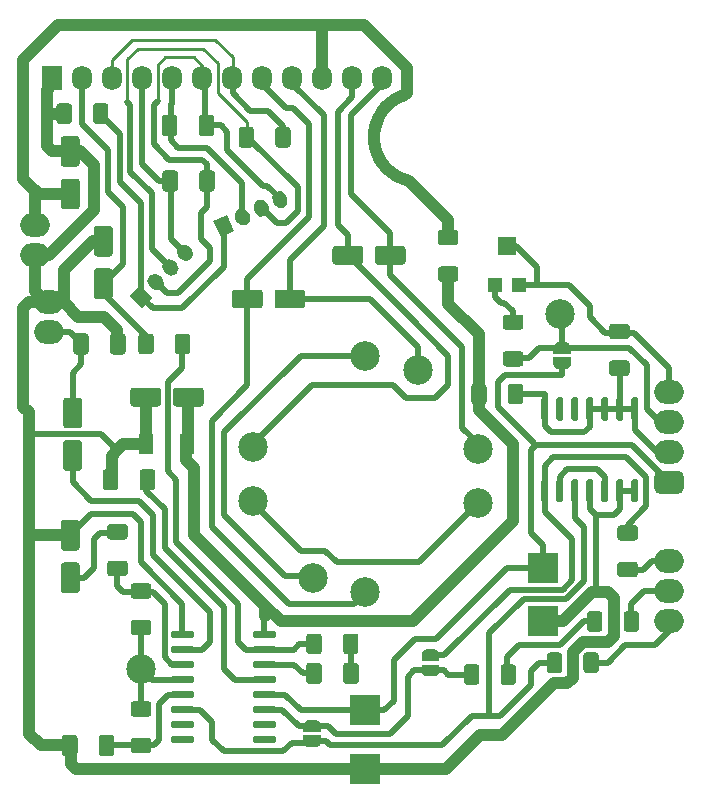
<source format=gtl>
G04 #@! TF.GenerationSoftware,KiCad,Pcbnew,5.1.10-88a1d61d58~88~ubuntu18.04.1*
G04 #@! TF.CreationDate,2024-08-03T23:10:31-04:00*
G04 #@! TF.ProjectId,238-capstan,3233382d-6361-4707-9374-616e2e6b6963,rev?*
G04 #@! TF.SameCoordinates,Original*
G04 #@! TF.FileFunction,Copper,L1,Top*
G04 #@! TF.FilePolarity,Positive*
%FSLAX46Y46*%
G04 Gerber Fmt 4.6, Leading zero omitted, Abs format (unit mm)*
G04 Created by KiCad (PCBNEW 5.1.10-88a1d61d58~88~ubuntu18.04.1) date 2024-08-03 23:10:31*
%MOMM*%
%LPD*%
G01*
G04 APERTURE LIST*
G04 #@! TA.AperFunction,ComponentPad*
%ADD10O,2.500000X2.000000*%
G04 #@! TD*
G04 #@! TA.AperFunction,SMDPad,CuDef*
%ADD11R,1.300000X1.700000*%
G04 #@! TD*
G04 #@! TA.AperFunction,SMDPad,CuDef*
%ADD12C,2.500000*%
G04 #@! TD*
G04 #@! TA.AperFunction,SMDPad,CuDef*
%ADD13R,1.600000X1.500000*%
G04 #@! TD*
G04 #@! TA.AperFunction,SMDPad,CuDef*
%ADD14R,1.200000X1.200000*%
G04 #@! TD*
G04 #@! TA.AperFunction,SMDPad,CuDef*
%ADD15C,0.100000*%
G04 #@! TD*
G04 #@! TA.AperFunction,ComponentPad*
%ADD16O,1.700000X2.100000*%
G04 #@! TD*
G04 #@! TA.AperFunction,ComponentPad*
%ADD17R,1.700000X2.100000*%
G04 #@! TD*
G04 #@! TA.AperFunction,ComponentPad*
%ADD18C,0.100000*%
G04 #@! TD*
G04 #@! TA.AperFunction,SMDPad,CuDef*
%ADD19R,2.500000X2.500000*%
G04 #@! TD*
G04 #@! TA.AperFunction,Conductor*
%ADD20C,1.000000*%
G04 #@! TD*
G04 #@! TA.AperFunction,Conductor*
%ADD21C,0.500000*%
G04 #@! TD*
G04 #@! TA.AperFunction,Conductor*
%ADD22C,0.250000*%
G04 #@! TD*
G04 APERTURE END LIST*
D10*
X120000000Y-68960000D03*
X120000000Y-71500000D03*
X173700000Y-102430000D03*
X173700000Y-99890000D03*
X173700000Y-97350000D03*
X121200000Y-78000000D03*
X121200000Y-75460000D03*
X173700000Y-83100000D03*
X173700000Y-85640000D03*
X173700000Y-88180000D03*
G04 #@! TA.AperFunction,ComponentPad*
G36*
G01*
X174950000Y-90220000D02*
X174950000Y-91220000D01*
G75*
G02*
X174450000Y-91720000I-500000J0D01*
G01*
X172950000Y-91720000D01*
G75*
G02*
X172450000Y-91220000I0J500000D01*
G01*
X172450000Y-90220000D01*
G75*
G02*
X172950000Y-89720000I500000J0D01*
G01*
X174450000Y-89720000D01*
G75*
G02*
X174950000Y-90220000I0J-500000D01*
G01*
G37*
G04 #@! TD.AperFunction*
D11*
X129400000Y-87500000D03*
X132900000Y-87500000D03*
G04 #@! TA.AperFunction,SMDPad,CuDef*
G36*
G01*
X154375000Y-72437500D02*
X155625000Y-72437500D01*
G75*
G02*
X155875000Y-72687500I0J-250000D01*
G01*
X155875000Y-73487500D01*
G75*
G02*
X155625000Y-73737500I-250000J0D01*
G01*
X154375000Y-73737500D01*
G75*
G02*
X154125000Y-73487500I0J250000D01*
G01*
X154125000Y-72687500D01*
G75*
G02*
X154375000Y-72437500I250000J0D01*
G01*
G37*
G04 #@! TD.AperFunction*
G04 #@! TA.AperFunction,SMDPad,CuDef*
G36*
G01*
X154375000Y-69337500D02*
X155625000Y-69337500D01*
G75*
G02*
X155875000Y-69587500I0J-250000D01*
G01*
X155875000Y-70387500D01*
G75*
G02*
X155625000Y-70637500I-250000J0D01*
G01*
X154375000Y-70637500D01*
G75*
G02*
X154125000Y-70387500I0J250000D01*
G01*
X154125000Y-69587500D01*
G75*
G02*
X154375000Y-69337500I250000J0D01*
G01*
G37*
G04 #@! TD.AperFunction*
G04 #@! TA.AperFunction,SMDPad,CuDef*
G36*
G01*
X138562500Y-60875000D02*
X138562500Y-62125000D01*
G75*
G02*
X138312500Y-62375000I-250000J0D01*
G01*
X137512500Y-62375000D01*
G75*
G02*
X137262500Y-62125000I0J250000D01*
G01*
X137262500Y-60875000D01*
G75*
G02*
X137512500Y-60625000I250000J0D01*
G01*
X138312500Y-60625000D01*
G75*
G02*
X138562500Y-60875000I0J-250000D01*
G01*
G37*
G04 #@! TD.AperFunction*
G04 #@! TA.AperFunction,SMDPad,CuDef*
G36*
G01*
X141662500Y-60875000D02*
X141662500Y-62125000D01*
G75*
G02*
X141412500Y-62375000I-250000J0D01*
G01*
X140612500Y-62375000D01*
G75*
G02*
X140362500Y-62125000I0J250000D01*
G01*
X140362500Y-60875000D01*
G75*
G02*
X140612500Y-60625000I250000J0D01*
G01*
X141412500Y-60625000D01*
G75*
G02*
X141662500Y-60875000I0J-250000D01*
G01*
G37*
G04 #@! TD.AperFunction*
G04 #@! TA.AperFunction,SMDPad,CuDef*
G36*
G01*
X123137500Y-58875000D02*
X123137500Y-60125000D01*
G75*
G02*
X122887500Y-60375000I-250000J0D01*
G01*
X122087500Y-60375000D01*
G75*
G02*
X121837500Y-60125000I0J250000D01*
G01*
X121837500Y-58875000D01*
G75*
G02*
X122087500Y-58625000I250000J0D01*
G01*
X122887500Y-58625000D01*
G75*
G02*
X123137500Y-58875000I0J-250000D01*
G01*
G37*
G04 #@! TD.AperFunction*
G04 #@! TA.AperFunction,SMDPad,CuDef*
G36*
G01*
X126237500Y-58875000D02*
X126237500Y-60125000D01*
G75*
G02*
X125987500Y-60375000I-250000J0D01*
G01*
X125187500Y-60375000D01*
G75*
G02*
X124937500Y-60125000I0J250000D01*
G01*
X124937500Y-58875000D01*
G75*
G02*
X125187500Y-58625000I250000J0D01*
G01*
X125987500Y-58625000D01*
G75*
G02*
X126237500Y-58875000I0J-250000D01*
G01*
G37*
G04 #@! TD.AperFunction*
G04 #@! TA.AperFunction,SMDPad,CuDef*
G36*
G01*
X131862500Y-79625000D02*
X131862500Y-78375000D01*
G75*
G02*
X132112500Y-78125000I250000J0D01*
G01*
X132912500Y-78125000D01*
G75*
G02*
X133162500Y-78375000I0J-250000D01*
G01*
X133162500Y-79625000D01*
G75*
G02*
X132912500Y-79875000I-250000J0D01*
G01*
X132112500Y-79875000D01*
G75*
G02*
X131862500Y-79625000I0J250000D01*
G01*
G37*
G04 #@! TD.AperFunction*
G04 #@! TA.AperFunction,SMDPad,CuDef*
G36*
G01*
X128762500Y-79625000D02*
X128762500Y-78375000D01*
G75*
G02*
X129012500Y-78125000I250000J0D01*
G01*
X129812500Y-78125000D01*
G75*
G02*
X130062500Y-78375000I0J-250000D01*
G01*
X130062500Y-79625000D01*
G75*
G02*
X129812500Y-79875000I-250000J0D01*
G01*
X129012500Y-79875000D01*
G75*
G02*
X128762500Y-79625000I0J250000D01*
G01*
G37*
G04 #@! TD.AperFunction*
G04 #@! TA.AperFunction,SMDPad,CuDef*
G36*
G01*
X170825000Y-95650000D02*
X169575000Y-95650000D01*
G75*
G02*
X169325000Y-95400000I0J250000D01*
G01*
X169325000Y-94600000D01*
G75*
G02*
X169575000Y-94350000I250000J0D01*
G01*
X170825000Y-94350000D01*
G75*
G02*
X171075000Y-94600000I0J-250000D01*
G01*
X171075000Y-95400000D01*
G75*
G02*
X170825000Y-95650000I-250000J0D01*
G01*
G37*
G04 #@! TD.AperFunction*
G04 #@! TA.AperFunction,SMDPad,CuDef*
G36*
G01*
X170825000Y-98750000D02*
X169575000Y-98750000D01*
G75*
G02*
X169325000Y-98500000I0J250000D01*
G01*
X169325000Y-97700000D01*
G75*
G02*
X169575000Y-97450000I250000J0D01*
G01*
X170825000Y-97450000D01*
G75*
G02*
X171075000Y-97700000I0J-250000D01*
G01*
X171075000Y-98500000D01*
G75*
G02*
X170825000Y-98750000I-250000J0D01*
G01*
G37*
G04 #@! TD.AperFunction*
G04 #@! TA.AperFunction,SMDPad,CuDef*
G36*
G01*
X164650000Y-105375000D02*
X164650000Y-106625000D01*
G75*
G02*
X164400000Y-106875000I-250000J0D01*
G01*
X163600000Y-106875000D01*
G75*
G02*
X163350000Y-106625000I0J250000D01*
G01*
X163350000Y-105375000D01*
G75*
G02*
X163600000Y-105125000I250000J0D01*
G01*
X164400000Y-105125000D01*
G75*
G02*
X164650000Y-105375000I0J-250000D01*
G01*
G37*
G04 #@! TD.AperFunction*
G04 #@! TA.AperFunction,SMDPad,CuDef*
G36*
G01*
X167750000Y-105375000D02*
X167750000Y-106625000D01*
G75*
G02*
X167500000Y-106875000I-250000J0D01*
G01*
X166700000Y-106875000D01*
G75*
G02*
X166450000Y-106625000I0J250000D01*
G01*
X166450000Y-105375000D01*
G75*
G02*
X166700000Y-105125000I250000J0D01*
G01*
X167500000Y-105125000D01*
G75*
G02*
X167750000Y-105375000I0J-250000D01*
G01*
G37*
G04 #@! TD.AperFunction*
G04 #@! TA.AperFunction,SMDPad,CuDef*
G36*
G01*
X157637500Y-106375000D02*
X157637500Y-107625000D01*
G75*
G02*
X157387500Y-107875000I-250000J0D01*
G01*
X156587500Y-107875000D01*
G75*
G02*
X156337500Y-107625000I0J250000D01*
G01*
X156337500Y-106375000D01*
G75*
G02*
X156587500Y-106125000I250000J0D01*
G01*
X157387500Y-106125000D01*
G75*
G02*
X157637500Y-106375000I0J-250000D01*
G01*
G37*
G04 #@! TD.AperFunction*
G04 #@! TA.AperFunction,SMDPad,CuDef*
G36*
G01*
X160737500Y-106375000D02*
X160737500Y-107625000D01*
G75*
G02*
X160487500Y-107875000I-250000J0D01*
G01*
X159687500Y-107875000D01*
G75*
G02*
X159437500Y-107625000I0J250000D01*
G01*
X159437500Y-106375000D01*
G75*
G02*
X159687500Y-106125000I250000J0D01*
G01*
X160487500Y-106125000D01*
G75*
G02*
X160737500Y-106375000I0J-250000D01*
G01*
G37*
G04 #@! TD.AperFunction*
G04 #@! TA.AperFunction,SMDPad,CuDef*
G36*
G01*
X128375000Y-112362500D02*
X129625000Y-112362500D01*
G75*
G02*
X129875000Y-112612500I0J-250000D01*
G01*
X129875000Y-113412500D01*
G75*
G02*
X129625000Y-113662500I-250000J0D01*
G01*
X128375000Y-113662500D01*
G75*
G02*
X128125000Y-113412500I0J250000D01*
G01*
X128125000Y-112612500D01*
G75*
G02*
X128375000Y-112362500I250000J0D01*
G01*
G37*
G04 #@! TD.AperFunction*
G04 #@! TA.AperFunction,SMDPad,CuDef*
G36*
G01*
X128375000Y-109262500D02*
X129625000Y-109262500D01*
G75*
G02*
X129875000Y-109512500I0J-250000D01*
G01*
X129875000Y-110312500D01*
G75*
G02*
X129625000Y-110562500I-250000J0D01*
G01*
X128375000Y-110562500D01*
G75*
G02*
X128125000Y-110312500I0J250000D01*
G01*
X128125000Y-109512500D01*
G75*
G02*
X128375000Y-109262500I250000J0D01*
G01*
G37*
G04 #@! TD.AperFunction*
G04 #@! TA.AperFunction,SMDPad,CuDef*
G36*
G01*
X128375000Y-102362500D02*
X129625000Y-102362500D01*
G75*
G02*
X129875000Y-102612500I0J-250000D01*
G01*
X129875000Y-103412500D01*
G75*
G02*
X129625000Y-103662500I-250000J0D01*
G01*
X128375000Y-103662500D01*
G75*
G02*
X128125000Y-103412500I0J250000D01*
G01*
X128125000Y-102612500D01*
G75*
G02*
X128375000Y-102362500I250000J0D01*
G01*
G37*
G04 #@! TD.AperFunction*
G04 #@! TA.AperFunction,SMDPad,CuDef*
G36*
G01*
X128375000Y-99262500D02*
X129625000Y-99262500D01*
G75*
G02*
X129875000Y-99512500I0J-250000D01*
G01*
X129875000Y-100312500D01*
G75*
G02*
X129625000Y-100562500I-250000J0D01*
G01*
X128375000Y-100562500D01*
G75*
G02*
X128125000Y-100312500I0J250000D01*
G01*
X128125000Y-99512500D01*
G75*
G02*
X128375000Y-99262500I250000J0D01*
G01*
G37*
G04 #@! TD.AperFunction*
G04 #@! TA.AperFunction,SMDPad,CuDef*
G36*
G01*
X127625000Y-95562500D02*
X126375000Y-95562500D01*
G75*
G02*
X126125000Y-95312500I0J250000D01*
G01*
X126125000Y-94512500D01*
G75*
G02*
X126375000Y-94262500I250000J0D01*
G01*
X127625000Y-94262500D01*
G75*
G02*
X127875000Y-94512500I0J-250000D01*
G01*
X127875000Y-95312500D01*
G75*
G02*
X127625000Y-95562500I-250000J0D01*
G01*
G37*
G04 #@! TD.AperFunction*
G04 #@! TA.AperFunction,SMDPad,CuDef*
G36*
G01*
X127625000Y-98662500D02*
X126375000Y-98662500D01*
G75*
G02*
X126125000Y-98412500I0J250000D01*
G01*
X126125000Y-97612500D01*
G75*
G02*
X126375000Y-97362500I250000J0D01*
G01*
X127625000Y-97362500D01*
G75*
G02*
X127875000Y-97612500I0J-250000D01*
G01*
X127875000Y-98412500D01*
G75*
G02*
X127625000Y-98662500I-250000J0D01*
G01*
G37*
G04 #@! TD.AperFunction*
G04 #@! TA.AperFunction,SMDPad,CuDef*
G36*
G01*
X144300000Y-103775000D02*
X144300000Y-105025000D01*
G75*
G02*
X144050000Y-105275000I-250000J0D01*
G01*
X143250000Y-105275000D01*
G75*
G02*
X143000000Y-105025000I0J250000D01*
G01*
X143000000Y-103775000D01*
G75*
G02*
X143250000Y-103525000I250000J0D01*
G01*
X144050000Y-103525000D01*
G75*
G02*
X144300000Y-103775000I0J-250000D01*
G01*
G37*
G04 #@! TD.AperFunction*
G04 #@! TA.AperFunction,SMDPad,CuDef*
G36*
G01*
X147400000Y-103775000D02*
X147400000Y-105025000D01*
G75*
G02*
X147150000Y-105275000I-250000J0D01*
G01*
X146350000Y-105275000D01*
G75*
G02*
X146100000Y-105025000I0J250000D01*
G01*
X146100000Y-103775000D01*
G75*
G02*
X146350000Y-103525000I250000J0D01*
G01*
X147150000Y-103525000D01*
G75*
G02*
X147400000Y-103775000I0J-250000D01*
G01*
G37*
G04 #@! TD.AperFunction*
G04 #@! TA.AperFunction,SMDPad,CuDef*
G36*
G01*
X161125000Y-77812500D02*
X159875000Y-77812500D01*
G75*
G02*
X159625000Y-77562500I0J250000D01*
G01*
X159625000Y-76762500D01*
G75*
G02*
X159875000Y-76512500I250000J0D01*
G01*
X161125000Y-76512500D01*
G75*
G02*
X161375000Y-76762500I0J-250000D01*
G01*
X161375000Y-77562500D01*
G75*
G02*
X161125000Y-77812500I-250000J0D01*
G01*
G37*
G04 #@! TD.AperFunction*
G04 #@! TA.AperFunction,SMDPad,CuDef*
G36*
G01*
X161125000Y-80912500D02*
X159875000Y-80912500D01*
G75*
G02*
X159625000Y-80662500I0J250000D01*
G01*
X159625000Y-79862500D01*
G75*
G02*
X159875000Y-79612500I250000J0D01*
G01*
X161125000Y-79612500D01*
G75*
G02*
X161375000Y-79862500I0J-250000D01*
G01*
X161375000Y-80662500D01*
G75*
G02*
X161125000Y-80912500I-250000J0D01*
G01*
G37*
G04 #@! TD.AperFunction*
G04 #@! TA.AperFunction,SMDPad,CuDef*
G36*
G01*
X168875000Y-80400000D02*
X170125000Y-80400000D01*
G75*
G02*
X170375000Y-80650000I0J-250000D01*
G01*
X170375000Y-81450000D01*
G75*
G02*
X170125000Y-81700000I-250000J0D01*
G01*
X168875000Y-81700000D01*
G75*
G02*
X168625000Y-81450000I0J250000D01*
G01*
X168625000Y-80650000D01*
G75*
G02*
X168875000Y-80400000I250000J0D01*
G01*
G37*
G04 #@! TD.AperFunction*
G04 #@! TA.AperFunction,SMDPad,CuDef*
G36*
G01*
X168875000Y-77300000D02*
X170125000Y-77300000D01*
G75*
G02*
X170375000Y-77550000I0J-250000D01*
G01*
X170375000Y-78350000D01*
G75*
G02*
X170125000Y-78600000I-250000J0D01*
G01*
X168875000Y-78600000D01*
G75*
G02*
X168625000Y-78350000I0J250000D01*
G01*
X168625000Y-77550000D01*
G75*
G02*
X168875000Y-77300000I250000J0D01*
G01*
G37*
G04 #@! TD.AperFunction*
G04 #@! TA.AperFunction,SMDPad,CuDef*
G36*
G01*
X160050000Y-83875000D02*
X160050000Y-82625000D01*
G75*
G02*
X160300000Y-82375000I250000J0D01*
G01*
X161100000Y-82375000D01*
G75*
G02*
X161350000Y-82625000I0J-250000D01*
G01*
X161350000Y-83875000D01*
G75*
G02*
X161100000Y-84125000I-250000J0D01*
G01*
X160300000Y-84125000D01*
G75*
G02*
X160050000Y-83875000I0J250000D01*
G01*
G37*
G04 #@! TD.AperFunction*
G04 #@! TA.AperFunction,SMDPad,CuDef*
G36*
G01*
X156950000Y-83875000D02*
X156950000Y-82625000D01*
G75*
G02*
X157200000Y-82375000I250000J0D01*
G01*
X158000000Y-82375000D01*
G75*
G02*
X158250000Y-82625000I0J-250000D01*
G01*
X158250000Y-83875000D01*
G75*
G02*
X158000000Y-84125000I-250000J0D01*
G01*
X157200000Y-84125000D01*
G75*
G02*
X156950000Y-83875000I0J250000D01*
G01*
G37*
G04 #@! TD.AperFunction*
G04 #@! TA.AperFunction,SMDPad,CuDef*
G36*
G01*
X168062500Y-101875000D02*
X168062500Y-103125000D01*
G75*
G02*
X167812500Y-103375000I-250000J0D01*
G01*
X167012500Y-103375000D01*
G75*
G02*
X166762500Y-103125000I0J250000D01*
G01*
X166762500Y-101875000D01*
G75*
G02*
X167012500Y-101625000I250000J0D01*
G01*
X167812500Y-101625000D01*
G75*
G02*
X168062500Y-101875000I0J-250000D01*
G01*
G37*
G04 #@! TD.AperFunction*
G04 #@! TA.AperFunction,SMDPad,CuDef*
G36*
G01*
X171162500Y-101875000D02*
X171162500Y-103125000D01*
G75*
G02*
X170912500Y-103375000I-250000J0D01*
G01*
X170112500Y-103375000D01*
G75*
G02*
X169862500Y-103125000I0J250000D01*
G01*
X169862500Y-101875000D01*
G75*
G02*
X170112500Y-101625000I250000J0D01*
G01*
X170912500Y-101625000D01*
G75*
G02*
X171162500Y-101875000I0J-250000D01*
G01*
G37*
G04 #@! TD.AperFunction*
G04 #@! TA.AperFunction,SMDPad,CuDef*
G36*
G01*
X144300000Y-106249999D02*
X144300000Y-107550001D01*
G75*
G02*
X144050001Y-107800000I-249999J0D01*
G01*
X143224999Y-107800000D01*
G75*
G02*
X142975000Y-107550001I0J249999D01*
G01*
X142975000Y-106249999D01*
G75*
G02*
X143224999Y-106000000I249999J0D01*
G01*
X144050001Y-106000000D01*
G75*
G02*
X144300000Y-106249999I0J-249999D01*
G01*
G37*
G04 #@! TD.AperFunction*
G04 #@! TA.AperFunction,SMDPad,CuDef*
G36*
G01*
X147425000Y-106249999D02*
X147425000Y-107550001D01*
G75*
G02*
X147175001Y-107800000I-249999J0D01*
G01*
X146349999Y-107800000D01*
G75*
G02*
X146100000Y-107550001I0J249999D01*
G01*
X146100000Y-106249999D01*
G75*
G02*
X146349999Y-106000000I249999J0D01*
G01*
X147175001Y-106000000D01*
G75*
G02*
X147425000Y-106249999I0J-249999D01*
G01*
G37*
G04 #@! TD.AperFunction*
G04 #@! TA.AperFunction,SMDPad,CuDef*
G36*
G01*
X133922500Y-65850001D02*
X133922500Y-64549999D01*
G75*
G02*
X134172499Y-64300000I249999J0D01*
G01*
X134997501Y-64300000D01*
G75*
G02*
X135247500Y-64549999I0J-249999D01*
G01*
X135247500Y-65850001D01*
G75*
G02*
X134997501Y-66100000I-249999J0D01*
G01*
X134172499Y-66100000D01*
G75*
G02*
X133922500Y-65850001I0J249999D01*
G01*
G37*
G04 #@! TD.AperFunction*
G04 #@! TA.AperFunction,SMDPad,CuDef*
G36*
G01*
X130797500Y-65850001D02*
X130797500Y-64549999D01*
G75*
G02*
X131047499Y-64300000I249999J0D01*
G01*
X131872501Y-64300000D01*
G75*
G02*
X132122500Y-64549999I0J-249999D01*
G01*
X132122500Y-65850001D01*
G75*
G02*
X131872501Y-66100000I-249999J0D01*
G01*
X131047499Y-66100000D01*
G75*
G02*
X130797500Y-65850001I0J249999D01*
G01*
G37*
G04 #@! TD.AperFunction*
G04 #@! TA.AperFunction,SMDPad,CuDef*
G36*
G01*
X133875000Y-61150001D02*
X133875000Y-59849999D01*
G75*
G02*
X134124999Y-59600000I249999J0D01*
G01*
X134950001Y-59600000D01*
G75*
G02*
X135200000Y-59849999I0J-249999D01*
G01*
X135200000Y-61150001D01*
G75*
G02*
X134950001Y-61400000I-249999J0D01*
G01*
X134124999Y-61400000D01*
G75*
G02*
X133875000Y-61150001I0J249999D01*
G01*
G37*
G04 #@! TD.AperFunction*
G04 #@! TA.AperFunction,SMDPad,CuDef*
G36*
G01*
X130750000Y-61150001D02*
X130750000Y-59849999D01*
G75*
G02*
X130999999Y-59600000I249999J0D01*
G01*
X131825001Y-59600000D01*
G75*
G02*
X132075000Y-59849999I0J-249999D01*
G01*
X132075000Y-61150001D01*
G75*
G02*
X131825001Y-61400000I-249999J0D01*
G01*
X130999999Y-61400000D01*
G75*
G02*
X130750000Y-61150001I0J249999D01*
G01*
G37*
G04 #@! TD.AperFunction*
G04 #@! TA.AperFunction,SMDPad,CuDef*
G36*
G01*
X123625000Y-112349999D02*
X123625000Y-113650001D01*
G75*
G02*
X123375001Y-113900000I-249999J0D01*
G01*
X122549999Y-113900000D01*
G75*
G02*
X122300000Y-113650001I0J249999D01*
G01*
X122300000Y-112349999D01*
G75*
G02*
X122549999Y-112100000I249999J0D01*
G01*
X123375001Y-112100000D01*
G75*
G02*
X123625000Y-112349999I0J-249999D01*
G01*
G37*
G04 #@! TD.AperFunction*
G04 #@! TA.AperFunction,SMDPad,CuDef*
G36*
G01*
X126750000Y-112349999D02*
X126750000Y-113650001D01*
G75*
G02*
X126500001Y-113900000I-249999J0D01*
G01*
X125674999Y-113900000D01*
G75*
G02*
X125425000Y-113650001I0J249999D01*
G01*
X125425000Y-112349999D01*
G75*
G02*
X125674999Y-112100000I249999J0D01*
G01*
X126500001Y-112100000D01*
G75*
G02*
X126750000Y-112349999I0J-249999D01*
G01*
G37*
G04 #@! TD.AperFunction*
G04 #@! TA.AperFunction,SMDPad,CuDef*
G36*
G01*
X126375000Y-79650001D02*
X126375000Y-78349999D01*
G75*
G02*
X126624999Y-78100000I249999J0D01*
G01*
X127450001Y-78100000D01*
G75*
G02*
X127700000Y-78349999I0J-249999D01*
G01*
X127700000Y-79650001D01*
G75*
G02*
X127450001Y-79900000I-249999J0D01*
G01*
X126624999Y-79900000D01*
G75*
G02*
X126375000Y-79650001I0J249999D01*
G01*
G37*
G04 #@! TD.AperFunction*
G04 #@! TA.AperFunction,SMDPad,CuDef*
G36*
G01*
X123250000Y-79650001D02*
X123250000Y-78349999D01*
G75*
G02*
X123499999Y-78100000I249999J0D01*
G01*
X124325001Y-78100000D01*
G75*
G02*
X124575000Y-78349999I0J-249999D01*
G01*
X124575000Y-79650001D01*
G75*
G02*
X124325001Y-79900000I-249999J0D01*
G01*
X123499999Y-79900000D01*
G75*
G02*
X123250000Y-79650001I0J249999D01*
G01*
G37*
G04 #@! TD.AperFunction*
G04 #@! TA.AperFunction,SMDPad,CuDef*
G36*
G01*
X127075000Y-89849999D02*
X127075000Y-91150001D01*
G75*
G02*
X126825001Y-91400000I-249999J0D01*
G01*
X125999999Y-91400000D01*
G75*
G02*
X125750000Y-91150001I0J249999D01*
G01*
X125750000Y-89849999D01*
G75*
G02*
X125999999Y-89600000I249999J0D01*
G01*
X126825001Y-89600000D01*
G75*
G02*
X127075000Y-89849999I0J-249999D01*
G01*
G37*
G04 #@! TD.AperFunction*
G04 #@! TA.AperFunction,SMDPad,CuDef*
G36*
G01*
X130200000Y-89849999D02*
X130200000Y-91150001D01*
G75*
G02*
X129950001Y-91400000I-249999J0D01*
G01*
X129124999Y-91400000D01*
G75*
G02*
X128875000Y-91150001I0J249999D01*
G01*
X128875000Y-89849999D01*
G75*
G02*
X129124999Y-89600000I249999J0D01*
G01*
X129950001Y-89600000D01*
G75*
G02*
X130200000Y-89849999I0J-249999D01*
G01*
G37*
G04 #@! TD.AperFunction*
D12*
X143576060Y-98814609D03*
X148000000Y-100000000D03*
X152423940Y-81185391D03*
X148000000Y-80000000D03*
X138500000Y-92280000D03*
X138500000Y-87700000D03*
X157500000Y-87900000D03*
X157500000Y-92480000D03*
D13*
X160000000Y-70750000D03*
D14*
X161000000Y-74000000D03*
X159000000Y-74000000D03*
D12*
X164500000Y-76500000D03*
X129000000Y-106500000D03*
G04 #@! TA.AperFunction,SMDPad,CuDef*
D15*
G36*
X165399398Y-80650000D02*
G01*
X165399398Y-80674534D01*
X165394588Y-80723365D01*
X165385016Y-80771490D01*
X165370772Y-80818445D01*
X165351995Y-80863778D01*
X165328864Y-80907051D01*
X165301604Y-80947850D01*
X165270476Y-80985779D01*
X165235779Y-81020476D01*
X165197850Y-81051604D01*
X165157051Y-81078864D01*
X165113778Y-81101995D01*
X165068445Y-81120772D01*
X165021490Y-81135016D01*
X164973365Y-81144588D01*
X164924534Y-81149398D01*
X164900000Y-81149398D01*
X164900000Y-81150000D01*
X164400000Y-81150000D01*
X164400000Y-81149398D01*
X164375466Y-81149398D01*
X164326635Y-81144588D01*
X164278510Y-81135016D01*
X164231555Y-81120772D01*
X164186222Y-81101995D01*
X164142949Y-81078864D01*
X164102150Y-81051604D01*
X164064221Y-81020476D01*
X164029524Y-80985779D01*
X163998396Y-80947850D01*
X163971136Y-80907051D01*
X163948005Y-80863778D01*
X163929228Y-80818445D01*
X163914984Y-80771490D01*
X163905412Y-80723365D01*
X163900602Y-80674534D01*
X163900602Y-80650000D01*
X163900000Y-80650000D01*
X163900000Y-80150000D01*
X165400000Y-80150000D01*
X165400000Y-80650000D01*
X165399398Y-80650000D01*
G37*
G04 #@! TD.AperFunction*
G04 #@! TA.AperFunction,SMDPad,CuDef*
G36*
X163900000Y-79850000D02*
G01*
X163900000Y-79350000D01*
X163900602Y-79350000D01*
X163900602Y-79325466D01*
X163905412Y-79276635D01*
X163914984Y-79228510D01*
X163929228Y-79181555D01*
X163948005Y-79136222D01*
X163971136Y-79092949D01*
X163998396Y-79052150D01*
X164029524Y-79014221D01*
X164064221Y-78979524D01*
X164102150Y-78948396D01*
X164142949Y-78921136D01*
X164186222Y-78898005D01*
X164231555Y-78879228D01*
X164278510Y-78864984D01*
X164326635Y-78855412D01*
X164375466Y-78850602D01*
X164400000Y-78850602D01*
X164400000Y-78850000D01*
X164900000Y-78850000D01*
X164900000Y-78850602D01*
X164924534Y-78850602D01*
X164973365Y-78855412D01*
X165021490Y-78864984D01*
X165068445Y-78879228D01*
X165113778Y-78898005D01*
X165157051Y-78921136D01*
X165197850Y-78948396D01*
X165235779Y-78979524D01*
X165270476Y-79014221D01*
X165301604Y-79052150D01*
X165328864Y-79092949D01*
X165351995Y-79136222D01*
X165370772Y-79181555D01*
X165385016Y-79228510D01*
X165394588Y-79276635D01*
X165399398Y-79325466D01*
X165399398Y-79350000D01*
X165400000Y-79350000D01*
X165400000Y-79850000D01*
X163900000Y-79850000D01*
G37*
G04 #@! TD.AperFunction*
G04 #@! TA.AperFunction,SMDPad,CuDef*
G36*
X152750602Y-105350000D02*
G01*
X152750602Y-105325466D01*
X152755412Y-105276635D01*
X152764984Y-105228510D01*
X152779228Y-105181555D01*
X152798005Y-105136222D01*
X152821136Y-105092949D01*
X152848396Y-105052150D01*
X152879524Y-105014221D01*
X152914221Y-104979524D01*
X152952150Y-104948396D01*
X152992949Y-104921136D01*
X153036222Y-104898005D01*
X153081555Y-104879228D01*
X153128510Y-104864984D01*
X153176635Y-104855412D01*
X153225466Y-104850602D01*
X153250000Y-104850602D01*
X153250000Y-104850000D01*
X153750000Y-104850000D01*
X153750000Y-104850602D01*
X153774534Y-104850602D01*
X153823365Y-104855412D01*
X153871490Y-104864984D01*
X153918445Y-104879228D01*
X153963778Y-104898005D01*
X154007051Y-104921136D01*
X154047850Y-104948396D01*
X154085779Y-104979524D01*
X154120476Y-105014221D01*
X154151604Y-105052150D01*
X154178864Y-105092949D01*
X154201995Y-105136222D01*
X154220772Y-105181555D01*
X154235016Y-105228510D01*
X154244588Y-105276635D01*
X154249398Y-105325466D01*
X154249398Y-105350000D01*
X154250000Y-105350000D01*
X154250000Y-105850000D01*
X152750000Y-105850000D01*
X152750000Y-105350000D01*
X152750602Y-105350000D01*
G37*
G04 #@! TD.AperFunction*
G04 #@! TA.AperFunction,SMDPad,CuDef*
G36*
X154250000Y-106150000D02*
G01*
X154250000Y-106650000D01*
X154249398Y-106650000D01*
X154249398Y-106674534D01*
X154244588Y-106723365D01*
X154235016Y-106771490D01*
X154220772Y-106818445D01*
X154201995Y-106863778D01*
X154178864Y-106907051D01*
X154151604Y-106947850D01*
X154120476Y-106985779D01*
X154085779Y-107020476D01*
X154047850Y-107051604D01*
X154007051Y-107078864D01*
X153963778Y-107101995D01*
X153918445Y-107120772D01*
X153871490Y-107135016D01*
X153823365Y-107144588D01*
X153774534Y-107149398D01*
X153750000Y-107149398D01*
X153750000Y-107150000D01*
X153250000Y-107150000D01*
X153250000Y-107149398D01*
X153225466Y-107149398D01*
X153176635Y-107144588D01*
X153128510Y-107135016D01*
X153081555Y-107120772D01*
X153036222Y-107101995D01*
X152992949Y-107078864D01*
X152952150Y-107051604D01*
X152914221Y-107020476D01*
X152879524Y-106985779D01*
X152848396Y-106947850D01*
X152821136Y-106907051D01*
X152798005Y-106863778D01*
X152779228Y-106818445D01*
X152764984Y-106771490D01*
X152755412Y-106723365D01*
X152750602Y-106674534D01*
X152750602Y-106650000D01*
X152750000Y-106650000D01*
X152750000Y-106150000D01*
X154250000Y-106150000D01*
G37*
G04 #@! TD.AperFunction*
G04 #@! TA.AperFunction,SMDPad,CuDef*
G36*
X142750602Y-111350000D02*
G01*
X142750602Y-111325466D01*
X142755412Y-111276635D01*
X142764984Y-111228510D01*
X142779228Y-111181555D01*
X142798005Y-111136222D01*
X142821136Y-111092949D01*
X142848396Y-111052150D01*
X142879524Y-111014221D01*
X142914221Y-110979524D01*
X142952150Y-110948396D01*
X142992949Y-110921136D01*
X143036222Y-110898005D01*
X143081555Y-110879228D01*
X143128510Y-110864984D01*
X143176635Y-110855412D01*
X143225466Y-110850602D01*
X143250000Y-110850602D01*
X143250000Y-110850000D01*
X143750000Y-110850000D01*
X143750000Y-110850602D01*
X143774534Y-110850602D01*
X143823365Y-110855412D01*
X143871490Y-110864984D01*
X143918445Y-110879228D01*
X143963778Y-110898005D01*
X144007051Y-110921136D01*
X144047850Y-110948396D01*
X144085779Y-110979524D01*
X144120476Y-111014221D01*
X144151604Y-111052150D01*
X144178864Y-111092949D01*
X144201995Y-111136222D01*
X144220772Y-111181555D01*
X144235016Y-111228510D01*
X144244588Y-111276635D01*
X144249398Y-111325466D01*
X144249398Y-111350000D01*
X144250000Y-111350000D01*
X144250000Y-111850000D01*
X142750000Y-111850000D01*
X142750000Y-111350000D01*
X142750602Y-111350000D01*
G37*
G04 #@! TD.AperFunction*
G04 #@! TA.AperFunction,SMDPad,CuDef*
G36*
X144250000Y-112150000D02*
G01*
X144250000Y-112650000D01*
X144249398Y-112650000D01*
X144249398Y-112674534D01*
X144244588Y-112723365D01*
X144235016Y-112771490D01*
X144220772Y-112818445D01*
X144201995Y-112863778D01*
X144178864Y-112907051D01*
X144151604Y-112947850D01*
X144120476Y-112985779D01*
X144085779Y-113020476D01*
X144047850Y-113051604D01*
X144007051Y-113078864D01*
X143963778Y-113101995D01*
X143918445Y-113120772D01*
X143871490Y-113135016D01*
X143823365Y-113144588D01*
X143774534Y-113149398D01*
X143750000Y-113149398D01*
X143750000Y-113150000D01*
X143250000Y-113150000D01*
X143250000Y-113149398D01*
X143225466Y-113149398D01*
X143176635Y-113144588D01*
X143128510Y-113135016D01*
X143081555Y-113120772D01*
X143036222Y-113101995D01*
X142992949Y-113078864D01*
X142952150Y-113051604D01*
X142914221Y-113020476D01*
X142879524Y-112985779D01*
X142848396Y-112947850D01*
X142821136Y-112907051D01*
X142798005Y-112863778D01*
X142779228Y-112818445D01*
X142764984Y-112771490D01*
X142755412Y-112723365D01*
X142750602Y-112674534D01*
X142750602Y-112650000D01*
X142750000Y-112650000D01*
X142750000Y-112150000D01*
X144250000Y-112150000D01*
G37*
G04 #@! TD.AperFunction*
D16*
X149440000Y-56500000D03*
X146900000Y-56500000D03*
X144360000Y-56500000D03*
X141820000Y-56500000D03*
X139280000Y-56500000D03*
X136740000Y-56500000D03*
X134200000Y-56500000D03*
X131660000Y-56500000D03*
X129120000Y-56500000D03*
X126580000Y-56500000D03*
X124040000Y-56500000D03*
D17*
X121500000Y-56500000D03*
G04 #@! TA.AperFunction,SMDPad,CuDef*
G36*
G01*
X163340000Y-85487500D02*
X163040000Y-85487500D01*
G75*
G02*
X162890000Y-85337500I0J150000D01*
G01*
X162890000Y-83662500D01*
G75*
G02*
X163040000Y-83512500I150000J0D01*
G01*
X163340000Y-83512500D01*
G75*
G02*
X163490000Y-83662500I0J-150000D01*
G01*
X163490000Y-85337500D01*
G75*
G02*
X163340000Y-85487500I-150000J0D01*
G01*
G37*
G04 #@! TD.AperFunction*
G04 #@! TA.AperFunction,SMDPad,CuDef*
G36*
G01*
X164610000Y-85487500D02*
X164310000Y-85487500D01*
G75*
G02*
X164160000Y-85337500I0J150000D01*
G01*
X164160000Y-83662500D01*
G75*
G02*
X164310000Y-83512500I150000J0D01*
G01*
X164610000Y-83512500D01*
G75*
G02*
X164760000Y-83662500I0J-150000D01*
G01*
X164760000Y-85337500D01*
G75*
G02*
X164610000Y-85487500I-150000J0D01*
G01*
G37*
G04 #@! TD.AperFunction*
G04 #@! TA.AperFunction,SMDPad,CuDef*
G36*
G01*
X165880000Y-85487500D02*
X165580000Y-85487500D01*
G75*
G02*
X165430000Y-85337500I0J150000D01*
G01*
X165430000Y-83662500D01*
G75*
G02*
X165580000Y-83512500I150000J0D01*
G01*
X165880000Y-83512500D01*
G75*
G02*
X166030000Y-83662500I0J-150000D01*
G01*
X166030000Y-85337500D01*
G75*
G02*
X165880000Y-85487500I-150000J0D01*
G01*
G37*
G04 #@! TD.AperFunction*
G04 #@! TA.AperFunction,SMDPad,CuDef*
G36*
G01*
X167150000Y-85487500D02*
X166850000Y-85487500D01*
G75*
G02*
X166700000Y-85337500I0J150000D01*
G01*
X166700000Y-83662500D01*
G75*
G02*
X166850000Y-83512500I150000J0D01*
G01*
X167150000Y-83512500D01*
G75*
G02*
X167300000Y-83662500I0J-150000D01*
G01*
X167300000Y-85337500D01*
G75*
G02*
X167150000Y-85487500I-150000J0D01*
G01*
G37*
G04 #@! TD.AperFunction*
G04 #@! TA.AperFunction,SMDPad,CuDef*
G36*
G01*
X168420000Y-85487500D02*
X168120000Y-85487500D01*
G75*
G02*
X167970000Y-85337500I0J150000D01*
G01*
X167970000Y-83662500D01*
G75*
G02*
X168120000Y-83512500I150000J0D01*
G01*
X168420000Y-83512500D01*
G75*
G02*
X168570000Y-83662500I0J-150000D01*
G01*
X168570000Y-85337500D01*
G75*
G02*
X168420000Y-85487500I-150000J0D01*
G01*
G37*
G04 #@! TD.AperFunction*
G04 #@! TA.AperFunction,SMDPad,CuDef*
G36*
G01*
X169690000Y-85487500D02*
X169390000Y-85487500D01*
G75*
G02*
X169240000Y-85337500I0J150000D01*
G01*
X169240000Y-83662500D01*
G75*
G02*
X169390000Y-83512500I150000J0D01*
G01*
X169690000Y-83512500D01*
G75*
G02*
X169840000Y-83662500I0J-150000D01*
G01*
X169840000Y-85337500D01*
G75*
G02*
X169690000Y-85487500I-150000J0D01*
G01*
G37*
G04 #@! TD.AperFunction*
G04 #@! TA.AperFunction,SMDPad,CuDef*
G36*
G01*
X170960000Y-85487500D02*
X170660000Y-85487500D01*
G75*
G02*
X170510000Y-85337500I0J150000D01*
G01*
X170510000Y-83662500D01*
G75*
G02*
X170660000Y-83512500I150000J0D01*
G01*
X170960000Y-83512500D01*
G75*
G02*
X171110000Y-83662500I0J-150000D01*
G01*
X171110000Y-85337500D01*
G75*
G02*
X170960000Y-85487500I-150000J0D01*
G01*
G37*
G04 #@! TD.AperFunction*
G04 #@! TA.AperFunction,SMDPad,CuDef*
G36*
G01*
X170960000Y-92412500D02*
X170660000Y-92412500D01*
G75*
G02*
X170510000Y-92262500I0J150000D01*
G01*
X170510000Y-90587500D01*
G75*
G02*
X170660000Y-90437500I150000J0D01*
G01*
X170960000Y-90437500D01*
G75*
G02*
X171110000Y-90587500I0J-150000D01*
G01*
X171110000Y-92262500D01*
G75*
G02*
X170960000Y-92412500I-150000J0D01*
G01*
G37*
G04 #@! TD.AperFunction*
G04 #@! TA.AperFunction,SMDPad,CuDef*
G36*
G01*
X169690000Y-92412500D02*
X169390000Y-92412500D01*
G75*
G02*
X169240000Y-92262500I0J150000D01*
G01*
X169240000Y-90587500D01*
G75*
G02*
X169390000Y-90437500I150000J0D01*
G01*
X169690000Y-90437500D01*
G75*
G02*
X169840000Y-90587500I0J-150000D01*
G01*
X169840000Y-92262500D01*
G75*
G02*
X169690000Y-92412500I-150000J0D01*
G01*
G37*
G04 #@! TD.AperFunction*
G04 #@! TA.AperFunction,SMDPad,CuDef*
G36*
G01*
X168420000Y-92412500D02*
X168120000Y-92412500D01*
G75*
G02*
X167970000Y-92262500I0J150000D01*
G01*
X167970000Y-90587500D01*
G75*
G02*
X168120000Y-90437500I150000J0D01*
G01*
X168420000Y-90437500D01*
G75*
G02*
X168570000Y-90587500I0J-150000D01*
G01*
X168570000Y-92262500D01*
G75*
G02*
X168420000Y-92412500I-150000J0D01*
G01*
G37*
G04 #@! TD.AperFunction*
G04 #@! TA.AperFunction,SMDPad,CuDef*
G36*
G01*
X167150000Y-92412500D02*
X166850000Y-92412500D01*
G75*
G02*
X166700000Y-92262500I0J150000D01*
G01*
X166700000Y-90587500D01*
G75*
G02*
X166850000Y-90437500I150000J0D01*
G01*
X167150000Y-90437500D01*
G75*
G02*
X167300000Y-90587500I0J-150000D01*
G01*
X167300000Y-92262500D01*
G75*
G02*
X167150000Y-92412500I-150000J0D01*
G01*
G37*
G04 #@! TD.AperFunction*
G04 #@! TA.AperFunction,SMDPad,CuDef*
G36*
G01*
X165880000Y-92412500D02*
X165580000Y-92412500D01*
G75*
G02*
X165430000Y-92262500I0J150000D01*
G01*
X165430000Y-90587500D01*
G75*
G02*
X165580000Y-90437500I150000J0D01*
G01*
X165880000Y-90437500D01*
G75*
G02*
X166030000Y-90587500I0J-150000D01*
G01*
X166030000Y-92262500D01*
G75*
G02*
X165880000Y-92412500I-150000J0D01*
G01*
G37*
G04 #@! TD.AperFunction*
G04 #@! TA.AperFunction,SMDPad,CuDef*
G36*
G01*
X164610000Y-92412500D02*
X164310000Y-92412500D01*
G75*
G02*
X164160000Y-92262500I0J150000D01*
G01*
X164160000Y-90587500D01*
G75*
G02*
X164310000Y-90437500I150000J0D01*
G01*
X164610000Y-90437500D01*
G75*
G02*
X164760000Y-90587500I0J-150000D01*
G01*
X164760000Y-92262500D01*
G75*
G02*
X164610000Y-92412500I-150000J0D01*
G01*
G37*
G04 #@! TD.AperFunction*
G04 #@! TA.AperFunction,SMDPad,CuDef*
G36*
G01*
X163340000Y-92412500D02*
X163040000Y-92412500D01*
G75*
G02*
X162890000Y-92262500I0J150000D01*
G01*
X162890000Y-90587500D01*
G75*
G02*
X163040000Y-90437500I150000J0D01*
G01*
X163340000Y-90437500D01*
G75*
G02*
X163490000Y-90587500I0J-150000D01*
G01*
X163490000Y-92262500D01*
G75*
G02*
X163340000Y-92412500I-150000J0D01*
G01*
G37*
G04 #@! TD.AperFunction*
G04 #@! TA.AperFunction,SMDPad,CuDef*
G36*
G01*
X138437500Y-103760000D02*
X138437500Y-103460000D01*
G75*
G02*
X138587500Y-103310000I150000J0D01*
G01*
X140262500Y-103310000D01*
G75*
G02*
X140412500Y-103460000I0J-150000D01*
G01*
X140412500Y-103760000D01*
G75*
G02*
X140262500Y-103910000I-150000J0D01*
G01*
X138587500Y-103910000D01*
G75*
G02*
X138437500Y-103760000I0J150000D01*
G01*
G37*
G04 #@! TD.AperFunction*
G04 #@! TA.AperFunction,SMDPad,CuDef*
G36*
G01*
X138437500Y-105030000D02*
X138437500Y-104730000D01*
G75*
G02*
X138587500Y-104580000I150000J0D01*
G01*
X140262500Y-104580000D01*
G75*
G02*
X140412500Y-104730000I0J-150000D01*
G01*
X140412500Y-105030000D01*
G75*
G02*
X140262500Y-105180000I-150000J0D01*
G01*
X138587500Y-105180000D01*
G75*
G02*
X138437500Y-105030000I0J150000D01*
G01*
G37*
G04 #@! TD.AperFunction*
G04 #@! TA.AperFunction,SMDPad,CuDef*
G36*
G01*
X138437500Y-106300000D02*
X138437500Y-106000000D01*
G75*
G02*
X138587500Y-105850000I150000J0D01*
G01*
X140262500Y-105850000D01*
G75*
G02*
X140412500Y-106000000I0J-150000D01*
G01*
X140412500Y-106300000D01*
G75*
G02*
X140262500Y-106450000I-150000J0D01*
G01*
X138587500Y-106450000D01*
G75*
G02*
X138437500Y-106300000I0J150000D01*
G01*
G37*
G04 #@! TD.AperFunction*
G04 #@! TA.AperFunction,SMDPad,CuDef*
G36*
G01*
X138437500Y-107570000D02*
X138437500Y-107270000D01*
G75*
G02*
X138587500Y-107120000I150000J0D01*
G01*
X140262500Y-107120000D01*
G75*
G02*
X140412500Y-107270000I0J-150000D01*
G01*
X140412500Y-107570000D01*
G75*
G02*
X140262500Y-107720000I-150000J0D01*
G01*
X138587500Y-107720000D01*
G75*
G02*
X138437500Y-107570000I0J150000D01*
G01*
G37*
G04 #@! TD.AperFunction*
G04 #@! TA.AperFunction,SMDPad,CuDef*
G36*
G01*
X138437500Y-108840000D02*
X138437500Y-108540000D01*
G75*
G02*
X138587500Y-108390000I150000J0D01*
G01*
X140262500Y-108390000D01*
G75*
G02*
X140412500Y-108540000I0J-150000D01*
G01*
X140412500Y-108840000D01*
G75*
G02*
X140262500Y-108990000I-150000J0D01*
G01*
X138587500Y-108990000D01*
G75*
G02*
X138437500Y-108840000I0J150000D01*
G01*
G37*
G04 #@! TD.AperFunction*
G04 #@! TA.AperFunction,SMDPad,CuDef*
G36*
G01*
X138437500Y-110110000D02*
X138437500Y-109810000D01*
G75*
G02*
X138587500Y-109660000I150000J0D01*
G01*
X140262500Y-109660000D01*
G75*
G02*
X140412500Y-109810000I0J-150000D01*
G01*
X140412500Y-110110000D01*
G75*
G02*
X140262500Y-110260000I-150000J0D01*
G01*
X138587500Y-110260000D01*
G75*
G02*
X138437500Y-110110000I0J150000D01*
G01*
G37*
G04 #@! TD.AperFunction*
G04 #@! TA.AperFunction,SMDPad,CuDef*
G36*
G01*
X138437500Y-111380000D02*
X138437500Y-111080000D01*
G75*
G02*
X138587500Y-110930000I150000J0D01*
G01*
X140262500Y-110930000D01*
G75*
G02*
X140412500Y-111080000I0J-150000D01*
G01*
X140412500Y-111380000D01*
G75*
G02*
X140262500Y-111530000I-150000J0D01*
G01*
X138587500Y-111530000D01*
G75*
G02*
X138437500Y-111380000I0J150000D01*
G01*
G37*
G04 #@! TD.AperFunction*
G04 #@! TA.AperFunction,SMDPad,CuDef*
G36*
G01*
X138437500Y-112650000D02*
X138437500Y-112350000D01*
G75*
G02*
X138587500Y-112200000I150000J0D01*
G01*
X140262500Y-112200000D01*
G75*
G02*
X140412500Y-112350000I0J-150000D01*
G01*
X140412500Y-112650000D01*
G75*
G02*
X140262500Y-112800000I-150000J0D01*
G01*
X138587500Y-112800000D01*
G75*
G02*
X138437500Y-112650000I0J150000D01*
G01*
G37*
G04 #@! TD.AperFunction*
G04 #@! TA.AperFunction,SMDPad,CuDef*
G36*
G01*
X131512500Y-112650000D02*
X131512500Y-112350000D01*
G75*
G02*
X131662500Y-112200000I150000J0D01*
G01*
X133337500Y-112200000D01*
G75*
G02*
X133487500Y-112350000I0J-150000D01*
G01*
X133487500Y-112650000D01*
G75*
G02*
X133337500Y-112800000I-150000J0D01*
G01*
X131662500Y-112800000D01*
G75*
G02*
X131512500Y-112650000I0J150000D01*
G01*
G37*
G04 #@! TD.AperFunction*
G04 #@! TA.AperFunction,SMDPad,CuDef*
G36*
G01*
X131512500Y-111380000D02*
X131512500Y-111080000D01*
G75*
G02*
X131662500Y-110930000I150000J0D01*
G01*
X133337500Y-110930000D01*
G75*
G02*
X133487500Y-111080000I0J-150000D01*
G01*
X133487500Y-111380000D01*
G75*
G02*
X133337500Y-111530000I-150000J0D01*
G01*
X131662500Y-111530000D01*
G75*
G02*
X131512500Y-111380000I0J150000D01*
G01*
G37*
G04 #@! TD.AperFunction*
G04 #@! TA.AperFunction,SMDPad,CuDef*
G36*
G01*
X131512500Y-110110000D02*
X131512500Y-109810000D01*
G75*
G02*
X131662500Y-109660000I150000J0D01*
G01*
X133337500Y-109660000D01*
G75*
G02*
X133487500Y-109810000I0J-150000D01*
G01*
X133487500Y-110110000D01*
G75*
G02*
X133337500Y-110260000I-150000J0D01*
G01*
X131662500Y-110260000D01*
G75*
G02*
X131512500Y-110110000I0J150000D01*
G01*
G37*
G04 #@! TD.AperFunction*
G04 #@! TA.AperFunction,SMDPad,CuDef*
G36*
G01*
X131512500Y-108840000D02*
X131512500Y-108540000D01*
G75*
G02*
X131662500Y-108390000I150000J0D01*
G01*
X133337500Y-108390000D01*
G75*
G02*
X133487500Y-108540000I0J-150000D01*
G01*
X133487500Y-108840000D01*
G75*
G02*
X133337500Y-108990000I-150000J0D01*
G01*
X131662500Y-108990000D01*
G75*
G02*
X131512500Y-108840000I0J150000D01*
G01*
G37*
G04 #@! TD.AperFunction*
G04 #@! TA.AperFunction,SMDPad,CuDef*
G36*
G01*
X131512500Y-107570000D02*
X131512500Y-107270000D01*
G75*
G02*
X131662500Y-107120000I150000J0D01*
G01*
X133337500Y-107120000D01*
G75*
G02*
X133487500Y-107270000I0J-150000D01*
G01*
X133487500Y-107570000D01*
G75*
G02*
X133337500Y-107720000I-150000J0D01*
G01*
X131662500Y-107720000D01*
G75*
G02*
X131512500Y-107570000I0J150000D01*
G01*
G37*
G04 #@! TD.AperFunction*
G04 #@! TA.AperFunction,SMDPad,CuDef*
G36*
G01*
X131512500Y-106300000D02*
X131512500Y-106000000D01*
G75*
G02*
X131662500Y-105850000I150000J0D01*
G01*
X133337500Y-105850000D01*
G75*
G02*
X133487500Y-106000000I0J-150000D01*
G01*
X133487500Y-106300000D01*
G75*
G02*
X133337500Y-106450000I-150000J0D01*
G01*
X131662500Y-106450000D01*
G75*
G02*
X131512500Y-106300000I0J150000D01*
G01*
G37*
G04 #@! TD.AperFunction*
G04 #@! TA.AperFunction,SMDPad,CuDef*
G36*
G01*
X131512500Y-105030000D02*
X131512500Y-104730000D01*
G75*
G02*
X131662500Y-104580000I150000J0D01*
G01*
X133337500Y-104580000D01*
G75*
G02*
X133487500Y-104730000I0J-150000D01*
G01*
X133487500Y-105030000D01*
G75*
G02*
X133337500Y-105180000I-150000J0D01*
G01*
X131662500Y-105180000D01*
G75*
G02*
X131512500Y-105030000I0J150000D01*
G01*
G37*
G04 #@! TD.AperFunction*
G04 #@! TA.AperFunction,SMDPad,CuDef*
G36*
G01*
X131512500Y-103760000D02*
X131512500Y-103460000D01*
G75*
G02*
X131662500Y-103310000I150000J0D01*
G01*
X133337500Y-103310000D01*
G75*
G02*
X133487500Y-103460000I0J-150000D01*
G01*
X133487500Y-103760000D01*
G75*
G02*
X133337500Y-103910000I-150000J0D01*
G01*
X131662500Y-103910000D01*
G75*
G02*
X131512500Y-103760000I0J150000D01*
G01*
G37*
G04 #@! TD.AperFunction*
G04 #@! TA.AperFunction,ComponentPad*
G36*
G01*
X133242641Y-71818019D02*
X133242641Y-71818019D01*
G75*
G02*
X132358757Y-71818019I-441942J441942D01*
G01*
X132181981Y-71641243D01*
G75*
G02*
X132181981Y-70757359I441942J441942D01*
G01*
X132181981Y-70757359D01*
G75*
G02*
X133065865Y-70757359I441942J-441942D01*
G01*
X133242641Y-70934135D01*
G75*
G02*
X133242641Y-71818019I-441942J-441942D01*
G01*
G37*
G04 #@! TD.AperFunction*
G04 #@! TA.AperFunction,ComponentPad*
G36*
G01*
X132005204Y-73055456D02*
X132005204Y-73055456D01*
G75*
G02*
X131121320Y-73055456I-441942J441942D01*
G01*
X130944544Y-72878680D01*
G75*
G02*
X130944544Y-71994796I441942J441942D01*
G01*
X130944544Y-71994796D01*
G75*
G02*
X131828428Y-71994796I441942J-441942D01*
G01*
X132005204Y-72171572D01*
G75*
G02*
X132005204Y-73055456I-441942J-441942D01*
G01*
G37*
G04 #@! TD.AperFunction*
G04 #@! TA.AperFunction,ComponentPad*
G36*
G01*
X130767767Y-74292893D02*
X130767767Y-74292893D01*
G75*
G02*
X129883883Y-74292893I-441942J441942D01*
G01*
X129707107Y-74116117D01*
G75*
G02*
X129707107Y-73232233I441942J441942D01*
G01*
X129707107Y-73232233D01*
G75*
G02*
X130590991Y-73232233I441942J-441942D01*
G01*
X130767767Y-73409009D01*
G75*
G02*
X130767767Y-74292893I-441942J-441942D01*
G01*
G37*
G04 #@! TD.AperFunction*
G04 #@! TA.AperFunction,ComponentPad*
D18*
G36*
X129972272Y-75088388D02*
G01*
X129088388Y-75972272D01*
X128027728Y-74911612D01*
X128911612Y-74027728D01*
X129972272Y-75088388D01*
G37*
G04 #@! TD.AperFunction*
G04 #@! TA.AperFunction,ComponentPad*
G36*
G01*
X141075079Y-67460984D02*
X141075079Y-67460984D01*
G75*
G02*
X140244501Y-67158678I-264136J566442D01*
G01*
X140138847Y-66932102D01*
G75*
G02*
X140441153Y-66101524I566442J264136D01*
G01*
X140441153Y-66101524D01*
G75*
G02*
X141271731Y-66403830I264136J-566442D01*
G01*
X141377385Y-66630406D01*
G75*
G02*
X141075079Y-67460984I-566442J-264136D01*
G01*
G37*
G04 #@! TD.AperFunction*
G04 #@! TA.AperFunction,ComponentPad*
G36*
G01*
X139489040Y-68200566D02*
X139489040Y-68200566D01*
G75*
G02*
X138658462Y-67898260I-264136J566442D01*
G01*
X138552808Y-67671684D01*
G75*
G02*
X138855114Y-66841106I566442J264136D01*
G01*
X138855114Y-66841106D01*
G75*
G02*
X139685692Y-67143412I264136J-566442D01*
G01*
X139791346Y-67369988D01*
G75*
G02*
X139489040Y-68200566I-566442J-264136D01*
G01*
G37*
G04 #@! TD.AperFunction*
G04 #@! TA.AperFunction,ComponentPad*
G36*
G01*
X137903002Y-68940148D02*
X137903002Y-68940148D01*
G75*
G02*
X137072424Y-68637842I-264136J566442D01*
G01*
X136966770Y-68411266D01*
G75*
G02*
X137269076Y-67580688I566442J264136D01*
G01*
X137269076Y-67580688D01*
G75*
G02*
X138099654Y-67882994I264136J-566442D01*
G01*
X138205308Y-68109570D01*
G75*
G02*
X137903002Y-68940148I-566442J-264136D01*
G01*
G37*
G04 #@! TD.AperFunction*
G04 #@! TA.AperFunction,ComponentPad*
G36*
X136883406Y-69415594D02*
G01*
X135750521Y-69943867D01*
X135116594Y-68584406D01*
X136249479Y-68056133D01*
X136883406Y-69415594D01*
G37*
G04 #@! TD.AperFunction*
G04 #@! TA.AperFunction,SMDPad,CuDef*
G36*
G01*
X130700000Y-82950000D02*
X130700000Y-84050000D01*
G75*
G02*
X130450000Y-84300000I-250000J0D01*
G01*
X128350000Y-84300000D01*
G75*
G02*
X128100000Y-84050000I0J250000D01*
G01*
X128100000Y-82950000D01*
G75*
G02*
X128350000Y-82700000I250000J0D01*
G01*
X130450000Y-82700000D01*
G75*
G02*
X130700000Y-82950000I0J-250000D01*
G01*
G37*
G04 #@! TD.AperFunction*
G04 #@! TA.AperFunction,SMDPad,CuDef*
G36*
G01*
X134300000Y-82950000D02*
X134300000Y-84050000D01*
G75*
G02*
X134050000Y-84300000I-250000J0D01*
G01*
X131950000Y-84300000D01*
G75*
G02*
X131700000Y-84050000I0J250000D01*
G01*
X131700000Y-82950000D01*
G75*
G02*
X131950000Y-82700000I250000J0D01*
G01*
X134050000Y-82700000D01*
G75*
G02*
X134300000Y-82950000I0J-250000D01*
G01*
G37*
G04 #@! TD.AperFunction*
G04 #@! TA.AperFunction,SMDPad,CuDef*
G36*
G01*
X148800000Y-72050000D02*
X148800000Y-70950000D01*
G75*
G02*
X149050000Y-70700000I250000J0D01*
G01*
X151150000Y-70700000D01*
G75*
G02*
X151400000Y-70950000I0J-250000D01*
G01*
X151400000Y-72050000D01*
G75*
G02*
X151150000Y-72300000I-250000J0D01*
G01*
X149050000Y-72300000D01*
G75*
G02*
X148800000Y-72050000I0J250000D01*
G01*
G37*
G04 #@! TD.AperFunction*
G04 #@! TA.AperFunction,SMDPad,CuDef*
G36*
G01*
X145200000Y-72050000D02*
X145200000Y-70950000D01*
G75*
G02*
X145450000Y-70700000I250000J0D01*
G01*
X147550000Y-70700000D01*
G75*
G02*
X147800000Y-70950000I0J-250000D01*
G01*
X147800000Y-72050000D01*
G75*
G02*
X147550000Y-72300000I-250000J0D01*
G01*
X145450000Y-72300000D01*
G75*
G02*
X145200000Y-72050000I0J250000D01*
G01*
G37*
G04 #@! TD.AperFunction*
G04 #@! TA.AperFunction,SMDPad,CuDef*
G36*
G01*
X123550000Y-64000000D02*
X122450000Y-64000000D01*
G75*
G02*
X122200000Y-63750000I0J250000D01*
G01*
X122200000Y-61650000D01*
G75*
G02*
X122450000Y-61400000I250000J0D01*
G01*
X123550000Y-61400000D01*
G75*
G02*
X123800000Y-61650000I0J-250000D01*
G01*
X123800000Y-63750000D01*
G75*
G02*
X123550000Y-64000000I-250000J0D01*
G01*
G37*
G04 #@! TD.AperFunction*
G04 #@! TA.AperFunction,SMDPad,CuDef*
G36*
G01*
X123550000Y-67600000D02*
X122450000Y-67600000D01*
G75*
G02*
X122200000Y-67350000I0J250000D01*
G01*
X122200000Y-65250000D01*
G75*
G02*
X122450000Y-65000000I250000J0D01*
G01*
X123550000Y-65000000D01*
G75*
G02*
X123800000Y-65250000I0J-250000D01*
G01*
X123800000Y-67350000D01*
G75*
G02*
X123550000Y-67600000I-250000J0D01*
G01*
G37*
G04 #@! TD.AperFunction*
G04 #@! TA.AperFunction,SMDPad,CuDef*
G36*
G01*
X140300000Y-75750000D02*
X140300000Y-74650000D01*
G75*
G02*
X140550000Y-74400000I250000J0D01*
G01*
X142650000Y-74400000D01*
G75*
G02*
X142900000Y-74650000I0J-250000D01*
G01*
X142900000Y-75750000D01*
G75*
G02*
X142650000Y-76000000I-250000J0D01*
G01*
X140550000Y-76000000D01*
G75*
G02*
X140300000Y-75750000I0J250000D01*
G01*
G37*
G04 #@! TD.AperFunction*
G04 #@! TA.AperFunction,SMDPad,CuDef*
G36*
G01*
X136700000Y-75750000D02*
X136700000Y-74650000D01*
G75*
G02*
X136950000Y-74400000I250000J0D01*
G01*
X139050000Y-74400000D01*
G75*
G02*
X139300000Y-74650000I0J-250000D01*
G01*
X139300000Y-75750000D01*
G75*
G02*
X139050000Y-76000000I-250000J0D01*
G01*
X136950000Y-76000000D01*
G75*
G02*
X136700000Y-75750000I0J250000D01*
G01*
G37*
G04 #@! TD.AperFunction*
G04 #@! TA.AperFunction,SMDPad,CuDef*
G36*
G01*
X126350000Y-71600000D02*
X125250000Y-71600000D01*
G75*
G02*
X125000000Y-71350000I0J250000D01*
G01*
X125000000Y-69250000D01*
G75*
G02*
X125250000Y-69000000I250000J0D01*
G01*
X126350000Y-69000000D01*
G75*
G02*
X126600000Y-69250000I0J-250000D01*
G01*
X126600000Y-71350000D01*
G75*
G02*
X126350000Y-71600000I-250000J0D01*
G01*
G37*
G04 #@! TD.AperFunction*
G04 #@! TA.AperFunction,SMDPad,CuDef*
G36*
G01*
X126350000Y-75200000D02*
X125250000Y-75200000D01*
G75*
G02*
X125000000Y-74950000I0J250000D01*
G01*
X125000000Y-72850000D01*
G75*
G02*
X125250000Y-72600000I250000J0D01*
G01*
X126350000Y-72600000D01*
G75*
G02*
X126600000Y-72850000I0J-250000D01*
G01*
X126600000Y-74950000D01*
G75*
G02*
X126350000Y-75200000I-250000J0D01*
G01*
G37*
G04 #@! TD.AperFunction*
G04 #@! TA.AperFunction,SMDPad,CuDef*
G36*
G01*
X123550000Y-96500000D02*
X122450000Y-96500000D01*
G75*
G02*
X122200000Y-96250000I0J250000D01*
G01*
X122200000Y-94150000D01*
G75*
G02*
X122450000Y-93900000I250000J0D01*
G01*
X123550000Y-93900000D01*
G75*
G02*
X123800000Y-94150000I0J-250000D01*
G01*
X123800000Y-96250000D01*
G75*
G02*
X123550000Y-96500000I-250000J0D01*
G01*
G37*
G04 #@! TD.AperFunction*
G04 #@! TA.AperFunction,SMDPad,CuDef*
G36*
G01*
X123550000Y-100100000D02*
X122450000Y-100100000D01*
G75*
G02*
X122200000Y-99850000I0J250000D01*
G01*
X122200000Y-97750000D01*
G75*
G02*
X122450000Y-97500000I250000J0D01*
G01*
X123550000Y-97500000D01*
G75*
G02*
X123800000Y-97750000I0J-250000D01*
G01*
X123800000Y-99850000D01*
G75*
G02*
X123550000Y-100100000I-250000J0D01*
G01*
G37*
G04 #@! TD.AperFunction*
G04 #@! TA.AperFunction,SMDPad,CuDef*
G36*
G01*
X123750000Y-86150000D02*
X122650000Y-86150000D01*
G75*
G02*
X122400000Y-85900000I0J250000D01*
G01*
X122400000Y-83800000D01*
G75*
G02*
X122650000Y-83550000I250000J0D01*
G01*
X123750000Y-83550000D01*
G75*
G02*
X124000000Y-83800000I0J-250000D01*
G01*
X124000000Y-85900000D01*
G75*
G02*
X123750000Y-86150000I-250000J0D01*
G01*
G37*
G04 #@! TD.AperFunction*
G04 #@! TA.AperFunction,SMDPad,CuDef*
G36*
G01*
X123750000Y-89750000D02*
X122650000Y-89750000D01*
G75*
G02*
X122400000Y-89500000I0J250000D01*
G01*
X122400000Y-87400000D01*
G75*
G02*
X122650000Y-87150000I250000J0D01*
G01*
X123750000Y-87150000D01*
G75*
G02*
X124000000Y-87400000I0J-250000D01*
G01*
X124000000Y-89500000D01*
G75*
G02*
X123750000Y-89750000I-250000J0D01*
G01*
G37*
G04 #@! TD.AperFunction*
D19*
X148000000Y-115000000D03*
X148000000Y-110000000D03*
X163000000Y-98000000D03*
X163000000Y-102500000D03*
D20*
X120800000Y-95200000D02*
X123000000Y-95200000D01*
X121000000Y-75460000D02*
X120960000Y-75460000D01*
X120000000Y-74500000D02*
X120000000Y-71500000D01*
X120960000Y-75460000D02*
X120000000Y-74500000D01*
X129400000Y-87400000D02*
X129500000Y-87500000D01*
X129400000Y-83500000D02*
X129400000Y-87400000D01*
X129500000Y-87500000D02*
X127500000Y-87500000D01*
X126500000Y-88500000D02*
X126500000Y-90500000D01*
X164718980Y-102500000D02*
X163000000Y-102500000D01*
X167218980Y-100000000D02*
X164718980Y-102500000D01*
X121000000Y-57500000D02*
X121500000Y-57000000D01*
X122575000Y-59500000D02*
X121000000Y-59500000D01*
X121000000Y-59500000D02*
X121000000Y-57500000D01*
X123050000Y-114550000D02*
X123050000Y-113000000D01*
X123500000Y-115000000D02*
X123050000Y-114550000D01*
X148000000Y-115000000D02*
X123500000Y-115000000D01*
D21*
X169540000Y-91425000D02*
X170810000Y-91425000D01*
X169540000Y-92960000D02*
X169540000Y-91425000D01*
X167500000Y-93500000D02*
X169000000Y-93500000D01*
X167000000Y-93000000D02*
X167500000Y-93500000D01*
X169000000Y-93500000D02*
X169540000Y-92960000D01*
X167000000Y-91425000D02*
X167000000Y-93000000D01*
X167500000Y-99718980D02*
X167218980Y-100000000D01*
X167500000Y-93500000D02*
X167500000Y-99718980D01*
D20*
X121450000Y-62700000D02*
X121000000Y-62250000D01*
X121000000Y-62250000D02*
X121000000Y-59500000D01*
X123000000Y-62700000D02*
X121450000Y-62700000D01*
X119500000Y-95200000D02*
X120800000Y-95200000D01*
X119500000Y-112000000D02*
X119500000Y-95200000D01*
X120500000Y-113000000D02*
X119500000Y-112000000D01*
X123050000Y-113000000D02*
X120500000Y-113000000D01*
X119000000Y-76000000D02*
X119540000Y-75460000D01*
X119540000Y-75460000D02*
X121000000Y-75460000D01*
X119000000Y-84300000D02*
X119000000Y-76000000D01*
X119500000Y-84800000D02*
X119000000Y-84300000D01*
X127000000Y-78950000D02*
X126950000Y-79000000D01*
X125900000Y-76700000D02*
X127000000Y-77800000D01*
X127000000Y-77800000D02*
X127000000Y-78950000D01*
X123700000Y-76700000D02*
X125900000Y-76700000D01*
X122460000Y-75460000D02*
X123700000Y-76700000D01*
X121000000Y-75460000D02*
X122460000Y-75460000D01*
X157700000Y-112100000D02*
X154800000Y-115000000D01*
X167218980Y-100000000D02*
X168500000Y-100000000D01*
X168500000Y-100000000D02*
X169000000Y-100500000D01*
X163950000Y-107750000D02*
X159600000Y-112100000D01*
X169000000Y-100500000D02*
X169000000Y-103700000D01*
X169000000Y-103700000D02*
X168500000Y-104200000D01*
X165050000Y-107750000D02*
X163950000Y-107750000D01*
X168500000Y-104200000D02*
X166400000Y-104200000D01*
X166400000Y-104200000D02*
X165550000Y-105050000D01*
X154800000Y-115000000D02*
X148000000Y-115000000D01*
X159600000Y-112100000D02*
X157700000Y-112100000D01*
X165550000Y-106606483D02*
X165549990Y-106606493D01*
X165549990Y-106606493D02*
X165549990Y-107250010D01*
X165550000Y-105050000D02*
X165550000Y-106606483D01*
X165549990Y-107250010D02*
X165050000Y-107750000D01*
X119500000Y-95200000D02*
X119500000Y-86600000D01*
X119500000Y-86600000D02*
X119500000Y-84800000D01*
X127000000Y-88000000D02*
X126500000Y-88500000D01*
X127500000Y-87500000D02*
X127000000Y-88000000D01*
D21*
X125650000Y-86650000D02*
X127000000Y-88000000D01*
X119550000Y-86650000D02*
X125650000Y-86650000D01*
X119500000Y-86600000D02*
X119550000Y-86650000D01*
X132500000Y-101000000D02*
X132500000Y-103610000D01*
X129000000Y-97500000D02*
X132500000Y-101000000D01*
X129000000Y-94100000D02*
X129000000Y-97500000D01*
X128300000Y-93400000D02*
X129000000Y-94100000D01*
X124800000Y-93400000D02*
X128300000Y-93400000D01*
X123000000Y-95200000D02*
X124800000Y-93400000D01*
D20*
X125800000Y-70300000D02*
X124900000Y-70300000D01*
X122460000Y-72740000D02*
X122460000Y-75460000D01*
X124900000Y-70300000D02*
X122460000Y-72740000D01*
X123850000Y-62700000D02*
X123000000Y-62700000D01*
X125000000Y-63850000D02*
X123850000Y-62700000D01*
X125000000Y-67700000D02*
X125000000Y-63850000D01*
X121200000Y-71500000D02*
X125000000Y-67700000D01*
X120000000Y-71500000D02*
X121200000Y-71500000D01*
D21*
X136920000Y-107420000D02*
X139425000Y-107420000D01*
X136000000Y-106500000D02*
X136920000Y-107420000D01*
X136000000Y-101300000D02*
X136000000Y-106500000D01*
X131000000Y-96300000D02*
X136000000Y-101300000D01*
X131000000Y-93000000D02*
X131000000Y-96300000D01*
X129450000Y-91450000D02*
X131000000Y-93000000D01*
X129450000Y-90500000D02*
X129450000Y-91450000D01*
X123000000Y-78000000D02*
X124000000Y-79000000D01*
X121000000Y-78000000D02*
X123000000Y-78000000D01*
X123200000Y-81450000D02*
X123200000Y-84850000D01*
X123912500Y-80737500D02*
X123200000Y-81450000D01*
X123912500Y-79000000D02*
X123912500Y-80737500D01*
X134120000Y-104880000D02*
X132500000Y-104880000D01*
X134800000Y-104200000D02*
X134120000Y-104880000D01*
X134800000Y-101700000D02*
X134800000Y-104200000D01*
X130000000Y-96900000D02*
X134800000Y-101700000D01*
X130000000Y-93500000D02*
X130000000Y-96900000D01*
X128800000Y-92300000D02*
X130000000Y-93500000D01*
X124800000Y-92300000D02*
X128800000Y-92300000D01*
X123200000Y-90700000D02*
X124800000Y-92300000D01*
X123200000Y-88450000D02*
X123200000Y-90700000D01*
X125500000Y-95000000D02*
X127000000Y-95000000D01*
X125000000Y-95500000D02*
X125500000Y-95000000D01*
X125000000Y-98000000D02*
X125000000Y-95500000D01*
X124200000Y-98800000D02*
X125000000Y-98000000D01*
X123000000Y-98800000D02*
X124200000Y-98800000D01*
X128925000Y-113000000D02*
X129000000Y-112925000D01*
X126000000Y-113000000D02*
X128925000Y-113000000D01*
X129000000Y-112925000D02*
X130075000Y-112925000D01*
X130075000Y-112925000D02*
X130500000Y-112500000D01*
X130500000Y-112500000D02*
X130500000Y-109500000D01*
X131310000Y-108690000D02*
X132500000Y-108690000D01*
X130500000Y-109500000D02*
X131310000Y-108690000D01*
X129412500Y-79000000D02*
X129412500Y-78312500D01*
X129412500Y-78312500D02*
X125800000Y-74700000D01*
X125800000Y-74700000D02*
X125800000Y-73900000D01*
X125800000Y-73900000D02*
X127500000Y-72200000D01*
X127500000Y-72200000D02*
X127500000Y-67400000D01*
X127500000Y-67400000D02*
X126200000Y-66100000D01*
X126200000Y-66100000D02*
X126200000Y-62600000D01*
X126200000Y-62600000D02*
X124000000Y-60400000D01*
X124000000Y-60400000D02*
X124000000Y-56500000D01*
D22*
X130400000Y-58450020D02*
X130400000Y-55350000D01*
X133500000Y-54750000D02*
X134200000Y-55450000D01*
X134200000Y-55450000D02*
X134200000Y-56500000D01*
X130400000Y-55350000D02*
X131000000Y-54750000D01*
X131000000Y-54750000D02*
X133500000Y-54750000D01*
D21*
X130237437Y-73777437D02*
X130237437Y-73762563D01*
X132160000Y-74700000D02*
X131160000Y-74700000D01*
X134860000Y-70900000D02*
X134860000Y-72000000D01*
X134060000Y-70100000D02*
X134860000Y-70900000D01*
X131160000Y-74700000D02*
X130237437Y-73777437D01*
X134860000Y-72000000D02*
X132160000Y-74700000D01*
X134060000Y-67900000D02*
X134060000Y-70100000D01*
X134585000Y-67375000D02*
X134060000Y-67900000D01*
X134585000Y-65200000D02*
X134585000Y-67375000D01*
X130100000Y-58750020D02*
X130400000Y-58450020D01*
X130100000Y-62100000D02*
X130100000Y-58750020D01*
X131400000Y-63400000D02*
X130100000Y-62100000D01*
X134200000Y-63400000D02*
X131400000Y-63400000D01*
X134585000Y-63785000D02*
X134200000Y-63400000D01*
X134585000Y-65200000D02*
X134585000Y-63785000D01*
X134450000Y-56750000D02*
X134200000Y-56500000D01*
X134450000Y-60500000D02*
X134450000Y-56750000D01*
X136300000Y-61050000D02*
X135750000Y-60500000D01*
X136300000Y-62600000D02*
X136300000Y-61050000D01*
X139700000Y-65600000D02*
X139300000Y-65600000D01*
X135750000Y-60500000D02*
X134450000Y-60500000D01*
X140758116Y-66658116D02*
X139700000Y-65600000D01*
X139300000Y-65600000D02*
X136300000Y-62600000D01*
X140758116Y-66781254D02*
X140758116Y-66658116D01*
X131660000Y-58590000D02*
X131660000Y-56500000D01*
X131500000Y-58750000D02*
X131660000Y-58590000D01*
X131500000Y-61750000D02*
X131500000Y-58750000D01*
X132160000Y-62410000D02*
X131500000Y-61750000D01*
X134610000Y-62410000D02*
X132160000Y-62410000D01*
X137586039Y-65386039D02*
X134610000Y-62410000D01*
X137586039Y-68250000D02*
X137586039Y-65386039D01*
X131500000Y-65240000D02*
X131460000Y-65200000D01*
X131500000Y-70075378D02*
X131500000Y-65240000D01*
X132712311Y-71287689D02*
X131500000Y-70075378D01*
X130500000Y-65200000D02*
X131460000Y-65200000D01*
X129100000Y-63800000D02*
X130500000Y-65200000D01*
X129100000Y-56520000D02*
X129100000Y-63800000D01*
X129120000Y-56500000D02*
X129100000Y-56520000D01*
X152423940Y-79223940D02*
X148400000Y-75200000D01*
X148400000Y-75200000D02*
X141600000Y-75200000D01*
X152423940Y-81185391D02*
X152423940Y-79223940D01*
X141820000Y-57000000D02*
X141820000Y-56500000D01*
X144450000Y-59630000D02*
X141820000Y-57000000D01*
X144450000Y-69050000D02*
X144450000Y-59630000D01*
X141600000Y-71900000D02*
X144450000Y-69050000D01*
X141600000Y-75200000D02*
X141600000Y-71900000D01*
X139280000Y-57000000D02*
X139280000Y-56500000D01*
X141280000Y-59000000D02*
X139280000Y-57000000D01*
X141895998Y-59000000D02*
X141280000Y-59000000D01*
X135000000Y-94500000D02*
X135000000Y-85500000D01*
X141500000Y-101000000D02*
X135000000Y-94500000D01*
X147000000Y-101000000D02*
X141500000Y-101000000D01*
X143250000Y-60354002D02*
X141895998Y-59000000D01*
X143250000Y-68250000D02*
X143250000Y-60354002D01*
X138000000Y-73500000D02*
X143250000Y-68250000D01*
X138000000Y-82500000D02*
X138000000Y-73500000D01*
X135000000Y-85500000D02*
X138000000Y-82500000D01*
X148000000Y-100000000D02*
X147000000Y-101000000D01*
D20*
X120300000Y-66300000D02*
X123000000Y-66300000D01*
X120000000Y-66000000D02*
X120300000Y-66300000D01*
X120000000Y-68960000D02*
X120000000Y-66000000D01*
X144360000Y-52000000D02*
X144360000Y-57000000D01*
X142000000Y-52000000D02*
X144360000Y-52000000D01*
X122000000Y-52000000D02*
X142000000Y-52000000D01*
X119000000Y-55000000D02*
X122000000Y-52000000D01*
X119000000Y-65000000D02*
X119000000Y-55000000D01*
X120300000Y-66300000D02*
X119000000Y-65000000D01*
X151676182Y-65176167D02*
X155000000Y-68500000D01*
X151654691Y-65186973D02*
X151676182Y-65176167D01*
X150979609Y-64963630D02*
X151654691Y-65186973D01*
X150726381Y-64830015D02*
X150732246Y-64844154D01*
X150606636Y-64763416D02*
X150611986Y-64777765D01*
X150489386Y-64692514D02*
X150494211Y-64707045D01*
X148856257Y-60521294D02*
X148843801Y-60530191D01*
X142000000Y-52000000D02*
X147900000Y-52000000D01*
X150297673Y-58424599D02*
X150202757Y-58507108D01*
X148894199Y-60389634D02*
X148881422Y-60398077D01*
X150312948Y-58425667D02*
X150297673Y-58424599D01*
X155000000Y-68500000D02*
X155000000Y-70075000D01*
X148923825Y-60267405D02*
X148894199Y-60389634D01*
X148936894Y-60259436D02*
X148923825Y-60267405D01*
X150048398Y-64367814D02*
X150051068Y-64382889D01*
X148970936Y-60138367D02*
X148936894Y-60259436D01*
X149948003Y-64292066D02*
X150048398Y-64367814D01*
X148984291Y-60130874D02*
X148970936Y-60138367D01*
X149945881Y-64276901D02*
X149948003Y-64292066D01*
X149227894Y-59633136D02*
X149205229Y-59641823D01*
X150374785Y-64617397D02*
X150379080Y-64632096D01*
X149348774Y-59407608D02*
X149227894Y-59633136D01*
X150732246Y-64844154D02*
X150848465Y-64892218D01*
X148762514Y-62015657D02*
X148754496Y-62028704D01*
X149508935Y-59184429D02*
X149441637Y-59290670D01*
X148746253Y-61879602D02*
X148737770Y-61892345D01*
X148843801Y-60530191D02*
X148823124Y-60654249D01*
X149523875Y-59181077D02*
X149508935Y-59184429D01*
X149594990Y-59077346D02*
X149523875Y-59181077D01*
X149610045Y-59074538D02*
X149594990Y-59077346D01*
X148881422Y-60398077D02*
X148856257Y-60521294D01*
X149684880Y-58973458D02*
X149610045Y-59074538D01*
X149700021Y-58971200D02*
X149684880Y-58973458D01*
X149205229Y-59641823D02*
X149154019Y-59756688D01*
X150848465Y-64892218D02*
X150854842Y-64906138D01*
X148771440Y-60923324D02*
X148760020Y-60933528D01*
X148734945Y-61743052D02*
X148726004Y-61755479D01*
X149570788Y-63877906D02*
X149570693Y-63893218D01*
X150379080Y-64632096D02*
X150489386Y-64692514D01*
X149778474Y-58872906D02*
X149700021Y-58971200D01*
X149793689Y-58871199D02*
X149778474Y-58872906D01*
X149890928Y-58774663D02*
X149875661Y-58775817D01*
X148727232Y-61469169D02*
X148717413Y-61480914D01*
X150889302Y-58077432D02*
X150781045Y-58141442D01*
X150080284Y-58592543D02*
X149991609Y-58681721D01*
X148962382Y-62811483D02*
X148957377Y-62825948D01*
X149404729Y-63674308D02*
X149486374Y-63769972D01*
X150904129Y-58081240D02*
X150889302Y-58077432D01*
X149486374Y-63769972D02*
X149485723Y-63785270D01*
X150645157Y-58203352D02*
X150541831Y-58275050D01*
X150854842Y-64906138D02*
X150972731Y-64949951D01*
X149012337Y-62939069D02*
X149007859Y-62953711D01*
X150766088Y-58138175D02*
X150660226Y-58206074D01*
X149154019Y-59756688D02*
X149139933Y-59762682D01*
X150202757Y-58507108D02*
X150187456Y-58506596D01*
X149007859Y-62953711D02*
X149066892Y-63064765D01*
X150660226Y-58206074D02*
X150645157Y-58203352D01*
X149875661Y-58775817D02*
X149793689Y-58871199D01*
X151401739Y-57880311D02*
X151285354Y-57927976D01*
X149092925Y-59879334D02*
X149079062Y-59885838D01*
X148823124Y-60654249D02*
X148810993Y-60663597D01*
X150426021Y-58348280D02*
X150410797Y-58346659D01*
X148728602Y-61606180D02*
X148719215Y-61618275D01*
X148794836Y-60788318D02*
X148783059Y-60798095D01*
X149022709Y-60011117D02*
X148984291Y-60130874D01*
X149991609Y-58681721D02*
X149976310Y-58682320D01*
X149363432Y-59403180D02*
X149348774Y-59407608D01*
X148802743Y-62299133D02*
X148840749Y-62419019D01*
X148957377Y-62825948D02*
X149012337Y-62939069D01*
X150781045Y-58141442D02*
X150766088Y-58138175D01*
X150541831Y-58275050D02*
X150526675Y-58272877D01*
X150526675Y-58272877D02*
X150426021Y-58348280D01*
X148754496Y-62028704D02*
X148783701Y-62151031D01*
X150410797Y-58346659D02*
X150312948Y-58425667D01*
X148719215Y-61618275D02*
X148734945Y-61743052D01*
X148783059Y-60798095D02*
X148771440Y-60923324D01*
X150051068Y-64382889D02*
X150154150Y-64454944D01*
X148737770Y-61892345D02*
X148762514Y-62015657D01*
X151285354Y-57927976D02*
X151271025Y-57922577D01*
X149079062Y-59885838D02*
X149036323Y-60004116D01*
X150611986Y-64777765D02*
X150726381Y-64830015D01*
X150187456Y-58506596D02*
X150095596Y-58592500D01*
X149036323Y-60004116D02*
X149022709Y-60011117D01*
X150095596Y-58592500D02*
X150080284Y-58592543D01*
X148911566Y-62696443D02*
X148962382Y-62811483D01*
X149976310Y-58682320D02*
X149890928Y-58774663D01*
X151500000Y-57782050D02*
X151401739Y-57880311D01*
X148720599Y-61343580D02*
X148727232Y-61469169D01*
X151271025Y-57922577D02*
X151156448Y-57974437D01*
X149066892Y-63064765D02*
X149062949Y-63079561D01*
X148752957Y-61059094D02*
X148741919Y-61069702D01*
X151156448Y-57974437D02*
X151141935Y-57969563D01*
X149062949Y-63079561D02*
X149125973Y-63188391D01*
X148741919Y-61069702D02*
X148739420Y-61195440D01*
X151141935Y-57969563D02*
X151029317Y-58025549D01*
X149125973Y-63188391D02*
X149122570Y-63203317D01*
X148739420Y-61195440D02*
X148728774Y-61206442D01*
X151029317Y-58025549D02*
X151014635Y-58021204D01*
X149122570Y-63203317D02*
X149189506Y-63309791D01*
X148728774Y-61206442D02*
X148730841Y-61332195D01*
X148730841Y-61332195D02*
X148720599Y-61343580D01*
X149485723Y-63785270D02*
X149570788Y-63877906D01*
X149405935Y-63659047D02*
X149404729Y-63674308D01*
X148810993Y-60663597D02*
X148794836Y-60788318D01*
X148717413Y-61480914D02*
X148728602Y-61606180D01*
X147900000Y-52000000D02*
X151500000Y-55600000D01*
X148783701Y-62151031D02*
X148776164Y-62164357D01*
X150494211Y-64707045D02*
X150606636Y-64763416D01*
X148776164Y-62164357D02*
X148809791Y-62285542D01*
X148809791Y-62285542D02*
X148802743Y-62299133D01*
X148840749Y-62419019D02*
X148834199Y-62432857D01*
X150972731Y-64949951D02*
X150979609Y-64963630D01*
X148760020Y-60933528D02*
X148752957Y-61059094D01*
X150266748Y-64553014D02*
X150374785Y-64617397D01*
X148834199Y-62432857D02*
X148876532Y-62551283D01*
X148876532Y-62551283D02*
X148870489Y-62565351D01*
X148870489Y-62565351D02*
X148917095Y-62682163D01*
X149139933Y-59762682D02*
X149092925Y-59879334D01*
X148917095Y-62682163D02*
X148911566Y-62696443D01*
X149329581Y-63545278D02*
X149327821Y-63560488D01*
X151014635Y-58021204D02*
X150904129Y-58081240D01*
X149189506Y-63309791D02*
X149186647Y-63324831D01*
X149441637Y-59290670D02*
X149426832Y-59294561D01*
X149186647Y-63324831D02*
X149257405Y-63428805D01*
X149426832Y-59294561D02*
X149363432Y-59403180D01*
X151500000Y-55600000D02*
X151500000Y-57782050D01*
X149257405Y-63428805D02*
X149255094Y-63443942D01*
X149255094Y-63443942D02*
X149329581Y-63545278D01*
X148726004Y-61755479D02*
X148746253Y-61879602D01*
X149327821Y-63560488D02*
X149405935Y-63659047D01*
X149570693Y-63893218D02*
X149659061Y-63982698D01*
X149659061Y-63982698D02*
X149659521Y-63997998D01*
X149659521Y-63997998D02*
X149751087Y-64084218D01*
X150154150Y-64454944D02*
X150157367Y-64469917D01*
X149751087Y-64084218D02*
X149752103Y-64099500D01*
X150157367Y-64469917D02*
X150262992Y-64538177D01*
X149752103Y-64099500D02*
X149846734Y-64182332D01*
X150262992Y-64538177D02*
X150266748Y-64553014D01*
X149846734Y-64182332D02*
X149848303Y-64197556D01*
X149848303Y-64197556D02*
X149945881Y-64276901D01*
D21*
X150100000Y-73200000D02*
X150100000Y-71500000D01*
X156200000Y-79300000D02*
X150100000Y-73200000D01*
X156200000Y-86120000D02*
X156200000Y-79300000D01*
X157500000Y-87420000D02*
X156200000Y-86120000D01*
X157500000Y-87920000D02*
X157500000Y-87420000D01*
X146800000Y-59640000D02*
X149440000Y-57000000D01*
X146800000Y-66300000D02*
X146800000Y-59640000D01*
X150100000Y-69600000D02*
X146800000Y-66300000D01*
X150100000Y-71500000D02*
X150100000Y-69600000D01*
X155000000Y-82514802D02*
X155000000Y-80000000D01*
X153914802Y-83600000D02*
X155000000Y-82514802D01*
X151400000Y-83600000D02*
X153914802Y-83600000D01*
X150300000Y-82500000D02*
X151400000Y-83600000D01*
X143500000Y-82500000D02*
X150300000Y-82500000D01*
X151500000Y-76500000D02*
X146500000Y-71500000D01*
X155000000Y-80000000D02*
X151500000Y-76500000D01*
X138580000Y-87420000D02*
X143500000Y-82500000D01*
X138500000Y-87420000D02*
X138580000Y-87420000D01*
X145650000Y-59350000D02*
X146900000Y-58100000D01*
X145650000Y-68900000D02*
X145650000Y-59350000D01*
X146900000Y-58100000D02*
X146900000Y-57000000D01*
X146500000Y-69750000D02*
X145650000Y-68900000D01*
X146500000Y-71500000D02*
X146500000Y-69750000D01*
D20*
X133000000Y-87300000D02*
X132800000Y-87500000D01*
X133000000Y-83500000D02*
X133000000Y-87300000D01*
D21*
X139425000Y-102075000D02*
X139500000Y-102000000D01*
X139425000Y-103610000D02*
X139425000Y-102075000D01*
D20*
X133500000Y-95150000D02*
X139500000Y-101150000D01*
X133500000Y-89500000D02*
X133500000Y-95150000D01*
X132800000Y-88800000D02*
X133500000Y-89500000D01*
X139500000Y-101150000D02*
X139500000Y-102000000D01*
X132800000Y-87500000D02*
X132800000Y-88800000D01*
X157600000Y-84600000D02*
X157600000Y-78200000D01*
X160500000Y-87500000D02*
X157600000Y-84600000D01*
X160500000Y-94000000D02*
X160500000Y-87500000D01*
X152000000Y-102500000D02*
X160500000Y-94000000D01*
X140850000Y-102500000D02*
X152000000Y-102500000D01*
X155000000Y-75600000D02*
X155000000Y-73000000D01*
X157600000Y-78200000D02*
X155000000Y-75600000D01*
X139500000Y-101150000D02*
X140850000Y-102500000D01*
D21*
X141950000Y-106150000D02*
X139425000Y-106150000D01*
X142700000Y-106900000D02*
X141950000Y-106150000D01*
X143637500Y-106900000D02*
X142700000Y-106900000D01*
X146750000Y-104400000D02*
X146750000Y-106850000D01*
X146762500Y-106862500D02*
X146750000Y-106850000D01*
X146762500Y-106900000D02*
X146762500Y-106862500D01*
X160000000Y-70750000D02*
X160750000Y-70750000D01*
X162500000Y-72500000D02*
X162500000Y-74000000D01*
X160750000Y-70750000D02*
X162500000Y-72500000D01*
X161000000Y-74000000D02*
X162500000Y-74000000D01*
X165250000Y-74000000D02*
X162500000Y-74000000D01*
X167000000Y-75750000D02*
X165250000Y-74000000D01*
X167000000Y-76750000D02*
X167000000Y-75750000D01*
X168287500Y-78037500D02*
X167000000Y-76750000D01*
X170737500Y-78037500D02*
X168287500Y-78037500D01*
X173700000Y-81000000D02*
X170737500Y-78037500D01*
X173700000Y-83100000D02*
X173700000Y-81000000D01*
X164650000Y-76650000D02*
X164500000Y-76500000D01*
X164650000Y-79350000D02*
X164650000Y-76650000D01*
X162650000Y-79350000D02*
X164650000Y-79350000D01*
X161825000Y-80175000D02*
X162650000Y-79350000D01*
X170350000Y-79350000D02*
X164650000Y-79350000D01*
X171800000Y-80800000D02*
X170350000Y-79350000D01*
X171800000Y-84500000D02*
X171800000Y-80800000D01*
X172940000Y-85640000D02*
X171800000Y-84500000D01*
X173700000Y-85640000D02*
X172940000Y-85640000D01*
X160500000Y-80175000D02*
X161825000Y-80175000D01*
X170810000Y-84500000D02*
X169540000Y-84500000D01*
X169540000Y-84500000D02*
X168270000Y-84500000D01*
X168270000Y-84500000D02*
X167000000Y-84500000D01*
X169500000Y-84460000D02*
X169540000Y-84500000D01*
X169540000Y-81002500D02*
X169500000Y-80962500D01*
X169540000Y-84500000D02*
X169540000Y-81002500D01*
X170810000Y-86270000D02*
X170810000Y-84500000D01*
X172720000Y-88180000D02*
X170810000Y-86270000D01*
X173700000Y-88180000D02*
X172720000Y-88180000D01*
X163190000Y-85990000D02*
X163190000Y-84500000D01*
X166500000Y-86500000D02*
X163700000Y-86500000D01*
X163700000Y-86500000D02*
X163190000Y-85990000D01*
X167000000Y-86000000D02*
X166500000Y-86500000D01*
X167000000Y-84500000D02*
X167000000Y-86000000D01*
X163200000Y-84490000D02*
X163190000Y-84500000D01*
X163200000Y-83250000D02*
X163200000Y-84490000D01*
X160700000Y-83250000D02*
X163200000Y-83250000D01*
X140500000Y-68750000D02*
X139250000Y-67500000D01*
X141250000Y-68750000D02*
X140500000Y-68750000D01*
X142250000Y-67750000D02*
X141250000Y-68750000D01*
X142250000Y-65750000D02*
X142250000Y-67750000D01*
X138000000Y-61500000D02*
X142250000Y-65750000D01*
X128100000Y-58800000D02*
X127850000Y-58550000D01*
X129900000Y-66210035D02*
X128100000Y-64410035D01*
X129900000Y-70950252D02*
X129900000Y-66210035D01*
X128100000Y-64410035D02*
X128100000Y-58800000D01*
X131474874Y-72525126D02*
X129900000Y-70950252D01*
D22*
X138000000Y-60250000D02*
X138000000Y-61500000D01*
X135500000Y-55250000D02*
X135500000Y-57750000D01*
X134250000Y-54000000D02*
X135500000Y-55250000D01*
X135500000Y-57750000D02*
X138000000Y-60250000D01*
X128750000Y-54000000D02*
X134250000Y-54000000D01*
X127850000Y-54900000D02*
X128750000Y-54000000D01*
X127850000Y-54900000D02*
X127850000Y-58550000D01*
D21*
X129000000Y-75000000D02*
X130000000Y-76000000D01*
X130000000Y-76000000D02*
X132500000Y-76000000D01*
X136000000Y-72500000D02*
X136000000Y-69000000D01*
X132500000Y-76000000D02*
X136000000Y-72500000D01*
X129000000Y-75000000D02*
X129000000Y-67100000D01*
X129000000Y-67100000D02*
X127199989Y-65299989D01*
X127199989Y-65299989D02*
X127199989Y-61199989D01*
X127199989Y-61199989D02*
X125500000Y-59500000D01*
X140620000Y-104880000D02*
X139425000Y-104880000D01*
X141920000Y-104880000D02*
X140620000Y-104880000D01*
X142400000Y-104400000D02*
X141920000Y-104880000D01*
X143650000Y-104400000D02*
X142400000Y-104400000D01*
X137880000Y-104880000D02*
X139425000Y-104880000D01*
X137200000Y-104200000D02*
X137880000Y-104880000D01*
X137200000Y-101000000D02*
X137200000Y-104200000D01*
X132000000Y-95800000D02*
X137200000Y-101000000D01*
X132000000Y-90500000D02*
X132000000Y-95800000D01*
X131249990Y-89749990D02*
X132000000Y-90500000D01*
X132425000Y-81075000D02*
X131249990Y-82250010D01*
X131249990Y-82250010D02*
X131249990Y-89749990D01*
X132425000Y-79000000D02*
X132425000Y-81075000D01*
X142350000Y-111350000D02*
X143500000Y-111350000D01*
X140960000Y-109960000D02*
X142350000Y-111350000D01*
X139425000Y-109960000D02*
X140960000Y-109960000D01*
X154650000Y-106650000D02*
X153500000Y-106650000D01*
X155000000Y-107000000D02*
X154650000Y-106650000D01*
X157075000Y-107000000D02*
X155000000Y-107000000D01*
X152150000Y-106650000D02*
X153500000Y-106650000D01*
X151600000Y-107200000D02*
X152150000Y-106650000D01*
X151600000Y-110500000D02*
X151600000Y-107200000D01*
X150100000Y-112000000D02*
X151600000Y-110500000D01*
X145500000Y-112000000D02*
X150100000Y-112000000D01*
X144850000Y-111350000D02*
X145500000Y-112000000D01*
X143500000Y-111350000D02*
X144850000Y-111350000D01*
X141750000Y-112750000D02*
X143400000Y-112750000D01*
X136000000Y-113500000D02*
X141000000Y-113500000D01*
X135000000Y-112500000D02*
X136000000Y-113500000D01*
X135000000Y-111000000D02*
X135000000Y-112500000D01*
X141000000Y-113500000D02*
X141750000Y-112750000D01*
X133960000Y-109960000D02*
X135000000Y-111000000D01*
X143400000Y-112750000D02*
X143500000Y-112650000D01*
X132500000Y-109960000D02*
X133960000Y-109960000D01*
X144650000Y-112650000D02*
X143500000Y-112650000D01*
X145000000Y-113000000D02*
X144650000Y-112650000D01*
X154500000Y-113000000D02*
X145000000Y-113000000D01*
X157000000Y-110500000D02*
X154500000Y-113000000D01*
X158500000Y-110500000D02*
X157000000Y-110500000D01*
X159400000Y-110500000D02*
X158500000Y-110500000D01*
X162000000Y-107900000D02*
X159400000Y-110500000D01*
X162000000Y-106700000D02*
X162000000Y-107900000D01*
X162700000Y-106000000D02*
X162000000Y-106700000D01*
X164000000Y-106000000D02*
X162700000Y-106000000D01*
X158500000Y-103500000D02*
X158500000Y-108000000D01*
X161400000Y-100600000D02*
X158500000Y-103500000D01*
X158500000Y-108000000D02*
X158500000Y-110500000D01*
X166500000Y-99100000D02*
X165000000Y-100600000D01*
X165000000Y-100600000D02*
X161400000Y-100600000D01*
X166500000Y-94500000D02*
X166500000Y-99100000D01*
X165730000Y-93730000D02*
X166500000Y-94500000D01*
X165730000Y-91425000D02*
X165730000Y-93730000D01*
X129000000Y-102925000D02*
X129000000Y-106500000D01*
X129000000Y-110000000D02*
X129000000Y-106500000D01*
X129920000Y-107420000D02*
X129000000Y-106500000D01*
X132500000Y-107420000D02*
X129920000Y-107420000D01*
X129000000Y-100000000D02*
X130000000Y-100000000D01*
X130000000Y-100000000D02*
X131000000Y-101000000D01*
X131000000Y-101000000D02*
X131000000Y-104000000D01*
X132500000Y-106150000D02*
X131650000Y-106150000D01*
X131000000Y-105500000D02*
X131000000Y-104000000D01*
X131650000Y-106150000D02*
X131000000Y-105500000D01*
X127500000Y-100000000D02*
X129000000Y-100000000D01*
X127000000Y-99500000D02*
X127500000Y-100000000D01*
X127000000Y-97925000D02*
X127000000Y-99500000D01*
X164460000Y-90240000D02*
X164460000Y-91425000D01*
X167600000Y-89600000D02*
X165100000Y-89600000D01*
X168270000Y-90270000D02*
X167600000Y-89600000D01*
X165100000Y-89600000D02*
X164460000Y-90240000D01*
X168270000Y-91425000D02*
X168270000Y-90270000D01*
X163190000Y-93190000D02*
X163190000Y-91425000D01*
X165500000Y-95500000D02*
X163190000Y-93190000D01*
X165500000Y-99000000D02*
X165500000Y-95500000D01*
X164700000Y-99800000D02*
X165500000Y-99000000D01*
X160200000Y-99800000D02*
X164700000Y-99800000D01*
X154650000Y-105350000D02*
X160200000Y-99800000D01*
X153500000Y-105350000D02*
X154650000Y-105350000D01*
X163900000Y-88600000D02*
X163190000Y-89310000D01*
X170100000Y-88600000D02*
X163900000Y-88600000D01*
X163190000Y-89310000D02*
X163190000Y-91425000D01*
X171750000Y-92750000D02*
X171750000Y-90250000D01*
X171750000Y-90250000D02*
X170100000Y-88600000D01*
X170200000Y-94300000D02*
X171750000Y-92750000D01*
X170200000Y-95000000D02*
X170200000Y-94300000D01*
X141012500Y-61500000D02*
X141012500Y-60512500D01*
X141012500Y-60512500D02*
X139750000Y-59250000D01*
X139750000Y-59250000D02*
X138250000Y-59250000D01*
X138250000Y-59250000D02*
X136750000Y-57750000D01*
X136750000Y-57750000D02*
X136750000Y-56500000D01*
D22*
X136750000Y-54750000D02*
X136750000Y-56500000D01*
X135250000Y-53250000D02*
X136750000Y-54750000D01*
X128250000Y-53250000D02*
X135250000Y-53250000D01*
X126580000Y-54920000D02*
X128250000Y-53250000D01*
X126580000Y-56500000D02*
X126580000Y-54920000D01*
D21*
X160000000Y-105500000D02*
X160000000Y-107000000D01*
X161000000Y-104500000D02*
X160000000Y-105500000D01*
X164500000Y-104500000D02*
X161000000Y-104500000D01*
X166500000Y-102500000D02*
X164500000Y-104500000D01*
X167500000Y-102500000D02*
X166500000Y-102500000D01*
X170512500Y-100987500D02*
X170512500Y-102500000D01*
X171610000Y-99890000D02*
X170512500Y-100987500D01*
X173700000Y-99890000D02*
X171610000Y-99890000D01*
X167100000Y-106000000D02*
X168500000Y-106000000D01*
X168500000Y-106000000D02*
X170000000Y-104500000D01*
X170000000Y-104500000D02*
X172500000Y-104500000D01*
X173700000Y-103300000D02*
X172500000Y-104500000D01*
X173700000Y-102430000D02*
X173700000Y-103300000D01*
X170200000Y-98100000D02*
X171500000Y-98100000D01*
X172250000Y-97350000D02*
X171500000Y-98100000D01*
X173700000Y-97350000D02*
X172250000Y-97350000D01*
X160500000Y-77250000D02*
X160500000Y-76250000D01*
X160500000Y-76250000D02*
X159750000Y-75500000D01*
X159750000Y-75500000D02*
X159500000Y-75500000D01*
X159000000Y-75000000D02*
X159000000Y-74000000D01*
X159500000Y-75500000D02*
X159000000Y-75000000D01*
X152500000Y-97500000D02*
X157500000Y-92500000D01*
X145600000Y-97500000D02*
X152500000Y-97500000D01*
X144600000Y-96500000D02*
X145600000Y-97500000D01*
X142500000Y-96500000D02*
X144600000Y-96500000D01*
X138500000Y-92500000D02*
X142500000Y-96500000D01*
X138500000Y-92000000D02*
X138500000Y-92500000D01*
X142500000Y-80000000D02*
X148000000Y-80000000D01*
X136000000Y-86500000D02*
X142500000Y-80000000D01*
X136000000Y-93500000D02*
X136000000Y-86500000D01*
X141185199Y-98685199D02*
X136000000Y-93500000D01*
X143093097Y-98685199D02*
X141185199Y-98685199D01*
X143222507Y-98814609D02*
X143093097Y-98685199D01*
X143576060Y-98814609D02*
X143222507Y-98814609D01*
X142500000Y-110000000D02*
X145000000Y-110000000D01*
X141190000Y-108690000D02*
X142500000Y-110000000D01*
X145000000Y-110000000D02*
X148000000Y-110000000D01*
X139425000Y-108690000D02*
X141190000Y-108690000D01*
X160000000Y-98000000D02*
X163000000Y-98000000D01*
X154000000Y-104000000D02*
X160000000Y-98000000D01*
X152200000Y-104000000D02*
X154000000Y-104000000D01*
X150400000Y-105800000D02*
X152200000Y-104000000D01*
X150400000Y-109200000D02*
X150400000Y-105800000D01*
X149600000Y-110000000D02*
X150400000Y-109200000D01*
X148000000Y-110000000D02*
X149600000Y-110000000D01*
X162000000Y-95000000D02*
X162000000Y-88000000D01*
X163000000Y-96000000D02*
X162000000Y-95000000D01*
X163000000Y-98000000D02*
X163000000Y-96000000D01*
X162250000Y-87750000D02*
X162000000Y-88000000D01*
X162400000Y-87600000D02*
X162250000Y-87750000D01*
X170600000Y-87600000D02*
X162400000Y-87600000D01*
X173700000Y-90700000D02*
X170600000Y-87600000D01*
X173700000Y-90720000D02*
X173700000Y-90700000D01*
X162250000Y-87350000D02*
X162250000Y-87750000D01*
X159200000Y-84300000D02*
X162250000Y-87350000D01*
X159200000Y-82250000D02*
X159200000Y-84300000D01*
X159800000Y-81650000D02*
X159200000Y-82250000D01*
X164650000Y-81600000D02*
X164600000Y-81650000D01*
X164600000Y-81650000D02*
X159800000Y-81650000D01*
X164650000Y-80650000D02*
X164650000Y-81600000D01*
M02*

</source>
